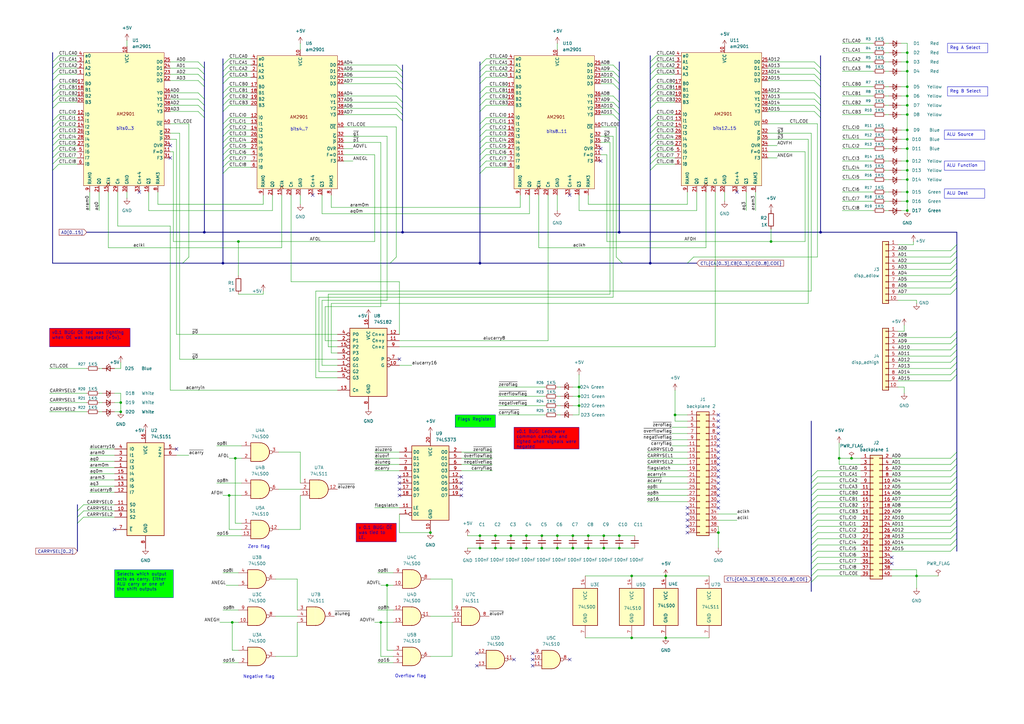
<source format=kicad_sch>
(kicad_sch (version 20250114) (generator "eeschema") (generator_version "9.0")
  (paper "A3")
  (title_block (title "16bit cpu exercise") (date "2025-10-18") (rev "0.2") (company "ErrorSort"))
  (text "Overflow flag" (at 168.402 277.368 0) (effects (font (size 1.27 1.27))))
  (text "bits8..11" (at 228.346 54.102 0) (effects (font (size 1.27 1.27))))
  (text "bits0..3" (at 51.308 52.832 0) (effects (font (size 1.27 1.27))))
  (text "Zero flag" (at 106.172 224.282 0) (effects (font (size 1.27 1.27))))
  (text "bits4..7" (at 122.682 53.086 0) (effects (font (size 1.27 1.27))))
  (text "bits12..15" (at 297.18 52.832 0) (effects (font (size 1.27 1.27))))
  (text "Negative flag" (at 106.172 277.622 0) (effects (font (size 1.27 1.27))))
  (text_box "Selects which output\nacts as carry. Either\nALU carry or one of\nthe shift outputs" (at 46.99 233.68 0) (size 24.13 11.43) (margins 0.9525 0.9525 0.9525 0.9525) (fill (type color) (color 0 255 0 1)) (effects (font (size 1.27 1.27)) (justify left top)))
  (text_box "v0.1 BUG: Leds were common cathode and lighed when signals were negated" (at 210.82 175.26 0) (size 26.67 8.89) (margins 0.9525 0.9525 0.9525 0.9525) (fill (type color) (color 255 0 0 1)) (effects (font (size 1.27 1.27)) (justify left top)))
  (text_box "Reg B Select" (at 388.62 35.56 0) (size 16.51 3.81) (margins 0.9525 0.9525 0.9525 0.9525) (effects (font (size 1.27 1.27)) (justify left top)))
  (text_box "Reg A Select" (at 388.62 17.78 0) (size 16.51 3.81) (margins 0.9525 0.9525 0.9525 0.9525) (effects (font (size 1.27 1.27)) (justify left top)))
  (text_box "Flags Register" (at 186.69 170.18 0) (size 16.51 5.08) (margins 0.9525 0.9525 0.9525 0.9525) (fill (type color) (color 0 255 0 1)) (effects (font (size 1.27 1.27)) (justify left top)))
  (text_box "v0.1 BUG: OE led was lighting when OE was negated (+5v)." (at 20.32 134.62 0) (size 33.02 7.62) (margins 0.9525 0.9525 0.9525 0.9525) (fill (type color) (color 255 0 0 1)) (effects (font (size 1.27 1.27)) (justify left top)))
  (text_box "ALU Function" (at 387.35 66.04 0) (size 16.51 3.81) (margins 0.9525 0.9525 0.9525 0.9525) (effects (font (size 1.27 1.27)) (justify left top)))
  (text_box "v 0.1 BUG: ~{OE} was tied to LE." (at 146.05 214.63 0) (size 16.51 7.62) (margins 0.9525 0.9525 0.9525 0.9525) (fill (type color) (color 255 0 0 1)) (effects (font (size 1.27 1.27)) (justify left top)))
  (text_box "ALU Dest" (at 387.35 77.47 0) (size 16.51 3.81) (margins 0.9525 0.9525 0.9525 0.9525) (effects (font (size 1.27 1.27)) (justify left top)))
  (text_box "ALU Source" (at 387.35 53.34 0) (size 16.51 3.81) (margins 0.9525 0.9525 0.9525 0.9525) (effects (font (size 1.27 1.27)) (justify left top)))
  (junction (at 196.85 219.71))
  (junction (at 237.49 166.37))
  (junction (at 176.53 218.44))
  (junction (at 336.55 95.25))
  (junction (at 241.3 224.79))
  (junction (at 372.11 78.74))
  (junction (at 316.23 99.06))
  (junction (at 222.25 224.79))
  (junction (at 349.25 187.96))
  (junction (at 215.9 219.71))
  (junction (at 294.64 218.44))
  (junction (at 254 224.79))
  (junction (at 372.11 82.55))
  (junction (at 196.85 224.79))
  (junction (at 372.11 29.21))
  (junction (at 372.11 46.99))
  (junction (at 372.11 69.85))
  (junction (at 49.53 165.1))
  (junction (at 203.2 224.79))
  (junction (at 372.11 73.66))
  (junction (at 228.6 224.79))
  (junction (at 247.65 219.71))
  (junction (at 49.53 168.91))
  (junction (at 228.6 219.71))
  (junction (at 237.49 158.75))
  (junction (at 259.08 236.22))
  (junction (at 273.05 236.22))
  (junction (at 259.08 261.62))
  (junction (at 91.44 107.95))
  (junction (at 254 95.25))
  (junction (at 215.9 224.79))
  (junction (at 372.11 35.56))
  (junction (at 273.05 261.62))
  (junction (at 237.49 162.56))
  (junction (at 372.11 86.36))
  (junction (at 372.11 60.96))
  (junction (at 209.55 224.79))
  (junction (at 158.75 240.03))
  (junction (at 241.3 219.71))
  (junction (at 234.95 224.79))
  (junction (at 344.17 187.96))
  (junction (at 165.1 95.25))
  (junction (at 203.2 219.71))
  (junction (at 276.86 170.18))
  (junction (at 372.11 66.04))
  (junction (at 247.65 224.79))
  (junction (at 372.11 21.59))
  (junction (at 196.85 107.95))
  (junction (at 372.11 53.34))
  (junction (at 222.25 219.71))
  (junction (at 83.82 95.25))
  (junction (at 372.11 43.18))
  (junction (at 96.52 187.96))
  (junction (at 254 219.71))
  (junction (at 375.92 236.22))
  (junction (at 95.25 255.27))
  (junction (at 156.21 255.27))
  (junction (at 97.79 99.06))
  (junction (at 372.11 39.37))
  (junction (at 372.11 57.15))
  (junction (at 266.7 107.95))
  (junction (at 209.55 219.71))
  (junction (at 93.98 203.2))
  (junction (at 372.11 25.4))
  (junction (at 234.95 219.71))
  (no_connect (at 189.23 198.12))
  (no_connect (at 294.64 177.8))
  (no_connect (at 218.44 267.97))
  (no_connect (at 294.64 180.34))
  (no_connect (at 128.27 80.01))
  (no_connect (at 294.64 175.26))
  (no_connect (at 281.94 215.9))
  (no_connect (at 233.68 80.01))
  (no_connect (at 294.64 203.2))
  (no_connect (at 218.44 273.05))
  (no_connect (at 246.38 60.96))
  (no_connect (at 163.83 147.32))
  (no_connect (at 189.23 195.58))
  (no_connect (at 294.64 198.12))
  (no_connect (at 210.82 270.51))
  (no_connect (at 294.64 208.28))
  (no_connect (at 72.39 184.15))
  (no_connect (at 294.64 187.96))
  (no_connect (at 163.83 195.58))
  (no_connect (at 69.85 59.69))
  (no_connect (at 294.64 195.58))
  (no_connect (at 294.64 193.04))
  (no_connect (at 294.64 170.18))
  (no_connect (at 163.83 203.2))
  (no_connect (at 163.83 200.66))
  (no_connect (at 163.83 198.12))
  (no_connect (at 294.64 182.88))
  (no_connect (at 302.26 78.74))
  (no_connect (at 294.64 205.74))
  (no_connect (at 233.68 270.51))
  (no_connect (at 365.76 231.14))
  (no_connect (at 195.58 273.05))
  (no_connect (at 57.15 78.74))
  (no_connect (at 365.76 228.6))
  (no_connect (at 294.64 185.42))
  (no_connect (at 294.64 172.72))
  (no_connect (at 218.44 270.51))
  (no_connect (at 46.99 217.17))
  (no_connect (at 246.38 66.04))
  (no_connect (at 294.64 200.66))
  (no_connect (at 281.94 210.82))
  (no_connect (at 69.85 64.77))
  (no_connect (at 294.64 190.5))
  (no_connect (at 281.94 218.44))
  (no_connect (at 195.58 267.97))
  (no_connect (at 189.23 200.66))
  (no_connect (at 189.23 203.2))
  (no_connect (at 281.94 208.28))
  (no_connect (at 281.94 213.36))
  (bus_entry (at 392.43 195.58) (size -2.54 2.54))
  (bus_entry (at 392.43 190.5) (size -2.54 2.54))
  (bus_entry (at 21.59 69.85) (size 2.54 -2.54))
  (bus_entry (at 266.7 64.77) (size 2.54 -2.54))
  (bus_entry (at 196.85 55.88) (size 2.54 -2.54))
  (bus_entry (at 332.74 226.06) (size 2.54 -2.54))
  (bus_entry (at 392.43 187.96) (size -2.54 2.54))
  (bus_entry (at 254 41.91) (size -2.54 -2.54))
  (bus_entry (at 392.43 185.42) (size -2.54 2.54))
  (bus_entry (at 165.1 29.21) (size -2.54 -2.54))
  (bus_entry (at 196.85 60.96) (size 2.54 -2.54))
  (bus_entry (at 196.85 53.34) (size 2.54 -2.54))
  (bus_entry (at 196.85 40.64) (size 2.54 -2.54))
  (bus_entry (at 21.59 36.83) (size 2.54 -2.54))
  (bus_entry (at 91.44 29.21) (size 2.54 -2.54))
  (bus_entry (at 165.1 49.53) (size -2.54 -2.54))
  (bus_entry (at 21.59 39.37) (size 2.54 -2.54))
  (bus_entry (at 83.82 30.48) (size -2.54 -2.54))
  (bus_entry (at 332.74 195.58) (size 2.54 -2.54))
  (bus_entry (at 266.7 33.02) (size 2.54 -2.54))
  (bus_entry (at 196.85 66.04) (size 2.54 -2.54))
  (bus_entry (at 392.43 220.98) (size -2.54 2.54))
  (bus_entry (at 332.74 220.98) (size 2.54 -2.54))
  (bus_entry (at 392.43 148.59) (size -2.54 2.54))
  (bus_entry (at 266.7 62.23) (size 2.54 -2.54))
  (bus_entry (at 392.43 210.82) (size -2.54 2.54))
  (bus_entry (at 21.59 41.91) (size 2.54 -2.54))
  (bus_entry (at 392.43 208.28) (size -2.54 2.54))
  (bus_entry (at 91.44 50.8) (size 2.54 -2.54))
  (bus_entry (at 91.44 58.42) (size 2.54 -2.54))
  (bus_entry (at 165.1 44.45) (size -2.54 -2.54))
  (bus_entry (at 332.74 203.2) (size 2.54 -2.54))
  (bus_entry (at 266.7 69.85) (size 2.54 -2.54))
  (bus_entry (at 21.59 57.15) (size 2.54 -2.54))
  (bus_entry (at 332.74 231.14) (size 2.54 -2.54))
  (bus_entry (at 254 46.99) (size -2.54 -2.54))
  (bus_entry (at 74.93 107.95) (size 2.54 -2.54))
  (bus_entry (at 254 31.75) (size -2.54 -2.54))
  (bus_entry (at 332.74 233.68) (size 2.54 -2.54))
  (bus_entry (at 91.44 71.12) (size 2.54 -2.54))
  (bus_entry (at 392.43 110.49) (size -2.54 2.54))
  (bus_entry (at 332.74 238.76) (size 2.54 -2.54))
  (bus_entry (at 91.44 26.67) (size 2.54 -2.54))
  (bus_entry (at 392.43 213.36) (size -2.54 2.54))
  (bus_entry (at 392.43 107.95) (size -2.54 2.54))
  (bus_entry (at 332.74 236.22) (size 2.54 -2.54))
  (bus_entry (at 266.7 27.94) (size 2.54 -2.54))
  (bus_entry (at 336.55 35.56) (size -2.54 -2.54))
  (bus_entry (at 392.43 118.11) (size -2.54 2.54))
  (bus_entry (at 196.85 50.8) (size 2.54 -2.54))
  (bus_entry (at 336.55 30.48) (size -2.54 -2.54))
  (bus_entry (at 21.59 44.45) (size 2.54 -2.54))
  (bus_entry (at 266.7 41.91) (size 2.54 -2.54))
  (bus_entry (at 21.59 27.94) (size 2.54 -2.54))
  (bus_entry (at 392.43 143.51) (size -2.54 2.54))
  (bus_entry (at 21.59 64.77) (size 2.54 -2.54))
  (bus_entry (at 91.44 68.58) (size 2.54 -2.54))
  (bus_entry (at 254 36.83) (size -2.54 -2.54))
  (bus_entry (at 266.7 30.48) (size 2.54 -2.54))
  (bus_entry (at 83.82 27.94) (size -2.54 -2.54))
  (bus_entry (at 91.44 63.5) (size 2.54 -2.54))
  (bus_entry (at 392.43 146.05) (size -2.54 2.54))
  (bus_entry (at 392.43 105.41) (size -2.54 2.54))
  (bus_entry (at 332.74 213.36) (size 2.54 -2.54))
  (bus_entry (at 91.44 34.29) (size 2.54 -2.54))
  (bus_entry (at 91.44 40.64) (size 2.54 -2.54))
  (bus_entry (at 91.44 66.04) (size 2.54 -2.54))
  (bus_entry (at 196.85 29.21) (size 2.54 -2.54))
  (bus_entry (at 254 44.45) (size -2.54 -2.54))
  (bus_entry (at 255.27 107.95) (size -2.54 -2.54))
  (bus_entry (at 21.59 25.4) (size 2.54 -2.54))
  (bus_entry (at 332.74 218.44) (size 2.54 -2.54))
  (bus_entry (at 165.1 34.29) (size -2.54 -2.54))
  (bus_entry (at 196.85 63.5) (size 2.54 -2.54))
  (bus_entry (at 83.82 35.56) (size -2.54 -2.54))
  (bus_entry (at 83.82 48.26) (size -2.54 -2.54))
  (bus_entry (at 165.1 41.91) (size -2.54 -2.54))
  (bus_entry (at 266.7 25.4) (size 2.54 -2.54))
  (bus_entry (at 91.44 53.34) (size 2.54 -2.54))
  (bus_entry (at 332.74 223.52) (size 2.54 -2.54))
  (bus_entry (at 336.55 43.18) (size -2.54 -2.54))
  (bus_entry (at 266.7 52.07) (size 2.54 -2.54))
  (bus_entry (at 392.43 223.52) (size -2.54 2.54))
  (bus_entry (at 266.7 39.37) (size 2.54 -2.54))
  (bus_entry (at 332.74 210.82) (size 2.54 -2.54))
  (bus_entry (at 83.82 43.18) (size -2.54 -2.54))
  (bus_entry (at 392.43 135.89) (size -2.54 2.54))
  (bus_entry (at 392.43 102.87) (size -2.54 2.54))
  (bus_entry (at 254 49.53) (size -2.54 -2.54))
  (bus_entry (at 332.74 205.74) (size 2.54 -2.54))
  (bus_entry (at 266.7 59.69) (size 2.54 -2.54))
  (bus_entry (at 266.7 36.83) (size 2.54 -2.54))
  (bus_entry (at 392.43 200.66) (size -2.54 2.54))
  (bus_entry (at 392.43 193.04) (size -2.54 2.54))
  (bus_entry (at 336.55 33.02) (size -2.54 -2.54))
  (bus_entry (at 392.43 203.2) (size -2.54 2.54))
  (bus_entry (at 336.55 48.26) (size -2.54 -2.54))
  (bus_entry (at 196.85 68.58) (size 2.54 -2.54))
  (bus_entry (at 196.85 45.72) (size 2.54 -2.54))
  (bus_entry (at 266.7 54.61) (size 2.54 -2.54))
  (bus_entry (at 160.02 107.95) (size 2.54 -2.54))
  (bus_entry (at 21.59 59.69) (size 2.54 -2.54))
  (bus_entry (at 31.75 214.63) (size 2.54 -2.54))
  (bus_entry (at 21.59 49.53) (size 2.54 -2.54))
  (bus_entry (at 91.44 31.75) (size 2.54 -2.54))
  (bus_entry (at 392.43 100.33) (size -2.54 2.54))
  (bus_entry (at 31.75 209.55) (size 2.54 -2.54))
  (bus_entry (at 392.43 198.12) (size -2.54 2.54))
  (bus_entry (at 266.7 44.45) (size 2.54 -2.54))
  (bus_entry (at 392.43 218.44) (size -2.54 2.54))
  (bus_entry (at 196.85 31.75) (size 2.54 -2.54))
  (bus_entry (at 392.43 115.57) (size -2.54 2.54))
  (bus_entry (at 392.43 205.74) (size -2.54 2.54))
  (bus_entry (at 165.1 31.75) (size -2.54 -2.54))
  (bus_entry (at 254 34.29) (size -2.54 -2.54))
  (bus_entry (at 196.85 43.18) (size 2.54 -2.54))
  (bus_entry (at 83.82 33.02) (size -2.54 -2.54))
  (bus_entry (at 266.7 49.53) (size 2.54 -2.54))
  (bus_entry (at 332.74 208.28) (size 2.54 -2.54))
  (bus_entry (at 31.75 212.09) (size 2.54 -2.54))
  (bus_entry (at 91.44 55.88) (size 2.54 -2.54))
  (bus_entry (at 21.59 54.61) (size 2.54 -2.54))
  (bus_entry (at 165.1 46.99) (size -2.54 -2.54))
  (bus_entry (at 21.59 52.07) (size 2.54 -2.54))
  (bus_entry (at 21.59 30.48) (size 2.54 -2.54))
  (bus_entry (at 196.85 34.29) (size 2.54 -2.54))
  (bus_entry (at 332.74 198.12) (size 2.54 -2.54))
  (bus_entry (at 392.43 215.9) (size -2.54 2.54))
  (bus_entry (at 332.74 215.9) (size 2.54 -2.54))
  (bus_entry (at 392.43 113.03) (size -2.54 2.54))
  (bus_entry (at 21.59 62.23) (size 2.54 -2.54))
  (bus_entry (at 165.1 36.83) (size -2.54 -2.54))
  (bus_entry (at 91.44 38.1) (size 2.54 -2.54))
  (bus_entry (at 196.85 38.1) (size 2.54 -2.54))
  (bus_entry (at 83.82 40.64) (size -2.54 -2.54))
  (bus_entry (at 336.55 45.72) (size -2.54 -2.54))
  (bus_entry (at 196.85 26.67) (size 2.54 -2.54))
  (bus_entry (at 83.82 45.72) (size -2.54 -2.54))
  (bus_entry (at 91.44 43.18) (size 2.54 -2.54))
  (bus_entry (at 266.7 57.15) (size 2.54 -2.54))
  (bus_entry (at 336.55 40.64) (size -2.54 -2.54))
  (bus_entry (at 196.85 71.12) (size 2.54 -2.54))
  (bus_entry (at 266.7 67.31) (size 2.54 -2.54))
  (bus_entry (at 91.44 45.72) (size 2.54 -2.54))
  (bus_entry (at 336.55 27.94) (size -2.54 -2.54))
  (bus_entry (at 392.43 140.97) (size -2.54 2.54))
  (bus_entry (at 392.43 138.43) (size -2.54 2.54))
  (bus_entry (at 91.44 60.96) (size 2.54 -2.54))
  (bus_entry (at 332.74 228.6) (size 2.54 -2.54))
  (bus_entry (at 21.59 67.31) (size 2.54 -2.54))
  (bus_entry (at 254 29.21) (size -2.54 -2.54))
  (bus_entry (at 392.43 153.67) (size -2.54 2.54))
  (bus_entry (at 392.43 151.13) (size -2.54 2.54))
  (bus_entry (at 196.85 58.42) (size 2.54 -2.54))
  (bus_entry (at 21.59 33.02) (size 2.54 -2.54))
  (bus_entry (at 332.74 200.66) (size 2.54 -2.54))
  (bus_entry (at 281.94 107.95) (size 2.54 -2.54))
  (wire (pts (xy 93.98 63.5) (xy 102.87 63.5)))
  (bus (pts (xy 254 34.29) (xy 254 36.83)))
  (bus (pts (xy 91.44 58.42) (xy 91.44 60.96)))
  (wire (pts (xy 332.74 119.38) (xy 129.54 119.38)))
  (bus (pts (xy 336.55 22.86) (xy 336.55 27.94)))
  (wire (pts (xy 228.6 86.36) (xy 228.6 80.01)))
  (wire (pts (xy 345.44 53.34) (xy 358.14 53.34)))
  (bus (pts (xy 21.59 52.07) (xy 21.59 54.61)))
  (wire (pts (xy 91.44 203.2) (xy 93.98 203.2)))
  (wire (pts (xy 130.81 152.4) (xy 138.43 152.4)))
  (bus (pts (xy 196.85 63.5) (xy 196.85 66.04)))
  (wire (pts (xy 115.57 80.01) (xy 115.57 101.6)))
  (wire (pts (xy 135.89 124.46) (xy 135.89 144.78)))
  (bus (pts (xy 196.85 26.67) (xy 196.85 29.21)))
  (wire (pts (xy 111.76 86.36) (xy 111.76 80.01)))
  (bus (pts (xy 332.74 172.72) (xy 332.74 195.58)))
  (wire (pts (xy 372.11 39.37) (xy 372.11 43.18)))
  (wire (pts (xy 24.13 30.48) (xy 31.75 30.48)))
  (bus (pts (xy 165.1 41.91) (xy 165.1 44.45)))
  (wire (pts (xy 121.92 269.24) (xy 113.03 269.24)))
  (wire (pts (xy 93.98 26.67) (xy 102.87 26.67)))
  (wire (pts (xy 314.96 43.18) (xy 334.01 43.18)))
  (bus (pts (xy 392.43 195.58) (xy 392.43 198.12)))
  (wire (pts (xy 294.64 215.9) (xy 294.64 218.44)))
  (wire (pts (xy 129.54 119.38) (xy 129.54 154.94)))
  (wire (pts (xy 90.17 255.27) (xy 95.25 255.27)))
  (bus (pts (xy 21.59 30.48) (xy 21.59 33.02)))
  (wire (pts (xy 368.3 148.59) (xy 389.89 148.59)))
  (bus (pts (xy 392.43 115.57) (xy 392.43 118.11)))
  (wire (pts (xy 20.32 165.1) (xy 35.56 165.1)))
  (wire (pts (xy 199.39 53.34) (xy 208.28 53.34)))
  (wire (pts (xy 69.85 33.02) (xy 81.28 33.02)))
  (wire (pts (xy 24.13 41.91) (xy 31.75 41.91)))
  (bus (pts (xy 196.85 58.42) (xy 196.85 60.96)))
  (wire (pts (xy 199.39 35.56) (xy 208.28 35.56)))
  (wire (pts (xy 275.59 182.88) (xy 281.94 182.88)))
  (bus (pts (xy 21.59 69.85) (xy 21.59 107.95)))
  (bus (pts (xy 21.59 62.23) (xy 21.59 64.77)))
  (wire (pts (xy 228.6 17.78) (xy 228.6 20.32)))
  (bus (pts (xy 266.7 69.85) (xy 266.7 107.95)))
  (bus (pts (xy 21.59 27.94) (xy 21.59 30.48)))
  (bus (pts (xy 196.85 53.34) (xy 196.85 55.88)))
  (wire (pts (xy 140.97 52.07) (xy 162.56 52.07)))
  (bus (pts (xy 83.82 40.64) (xy 83.82 43.18)))
  (wire (pts (xy 363.22 53.34) (xy 364.49 53.34)))
  (wire (pts (xy 368.3 110.49) (xy 389.89 110.49)))
  (bus (pts (xy 21.59 67.31) (xy 21.59 69.85)))
  (wire (pts (xy 368.3 118.11) (xy 389.89 118.11)))
  (bus (pts (xy 266.7 27.94) (xy 266.7 30.48)))
  (wire (pts (xy 246.38 55.88) (xy 251.46 55.88)))
  (wire (pts (xy 49.53 148.59) (xy 49.53 151.13)))
  (wire (pts (xy 185.42 237.49) (xy 185.42 250.19)))
  (bus (pts (xy 196.85 71.12) (xy 196.85 107.95)))
  (bus (pts (xy 332.74 195.58) (xy 332.74 198.12)))
  (wire (pts (xy 372.11 73.66) (xy 372.11 78.74)))
  (bus (pts (xy 266.7 39.37) (xy 266.7 41.91)))
  (wire (pts (xy 24.13 49.53) (xy 31.75 49.53)))
  (wire (pts (xy 153.67 63.5) (xy 153.67 99.06)))
  (wire (pts (xy 140.97 26.67) (xy 162.56 26.67)))
  (wire (pts (xy 24.13 64.77) (xy 31.75 64.77)))
  (bus (pts (xy 91.44 71.12) (xy 91.44 107.95)))
  (wire (pts (xy 335.28 236.22) (xy 353.06 236.22)))
  (bus (pts (xy 91.44 34.29) (xy 91.44 38.1)))
  (wire (pts (xy 114.3 185.42) (xy 123.19 185.42)))
  (wire (pts (xy 129.54 154.94) (xy 138.43 154.94)))
  (wire (pts (xy 135.89 144.78) (xy 138.43 144.78)))
  (bus (pts (xy 91.44 29.21) (xy 91.44 31.75)))
  (wire (pts (xy 331.47 124.46) (xy 135.89 124.46)))
  (wire (pts (xy 60.96 78.74) (xy 60.96 86.36)))
  (wire (pts (xy 88.9 219.71) (xy 99.06 219.71)))
  (wire (pts (xy 24.13 62.23) (xy 31.75 62.23)))
  (wire (pts (xy 368.3 102.87) (xy 389.89 102.87)))
  (bus (pts (xy 91.44 53.34) (xy 91.44 55.88)))
  (wire (pts (xy 64.77 83.82) (xy 107.95 83.82)))
  (bus (pts (xy 196.85 107.95) (xy 255.27 107.95)))
  (wire (pts (xy 345.44 25.4) (xy 358.14 25.4)))
  (wire (pts (xy 369.57 69.85) (xy 372.11 69.85)))
  (wire (pts (xy 93.98 187.96) (xy 96.52 187.96)))
  (bus (pts (xy 266.7 59.69) (xy 266.7 62.23)))
  (bus (pts (xy 332.74 203.2) (xy 332.74 205.74)))
  (wire (pts (xy 95.25 255.27) (xy 95.25 266.7)))
  (wire (pts (xy 215.9 219.71) (xy 222.25 219.71)))
  (bus (pts (xy 332.74 213.36) (xy 332.74 215.9)))
  (bus (pts (xy 392.43 205.74) (xy 392.43 208.28)))
  (wire (pts (xy 374.65 99.06) (xy 374.65 100.33)))
  (bus (pts (xy 266.7 62.23) (xy 266.7 64.77)))
  (wire (pts (xy 265.43 195.58) (xy 281.94 195.58)))
  (wire (pts (xy 345.44 82.55) (xy 358.14 82.55)))
  (wire (pts (xy 335.28 200.66) (xy 353.06 200.66)))
  (wire (pts (xy 121.92 255.27) (xy 121.92 269.24)))
  (wire (pts (xy 345.44 35.56) (xy 358.14 35.56)))
  (bus (pts (xy 392.43 200.66) (xy 392.43 203.2)))
  (wire (pts (xy 24.13 34.29) (xy 31.75 34.29)))
  (wire (pts (xy 363.22 39.37) (xy 364.49 39.37)))
  (wire (pts (xy 375.92 124.46) (xy 375.92 123.19)))
  (wire (pts (xy 269.24 41.91) (xy 276.86 41.91)))
  (bus (pts (xy 392.43 193.04) (xy 392.43 195.58)))
  (wire (pts (xy 220.98 101.6) (xy 289.56 101.6)))
  (wire (pts (xy 250.19 120.65) (xy 134.62 120.65)))
  (wire (pts (xy 24.13 36.83) (xy 31.75 36.83)))
  (bus (pts (xy 266.7 57.15) (xy 266.7 59.69)))
  (wire (pts (xy 140.97 34.29) (xy 162.56 34.29)))
  (wire (pts (xy 204.47 170.18) (xy 223.52 170.18)))
  (wire (pts (xy 372.11 21.59) (xy 372.11 25.4)))
  (wire (pts (xy 250.19 58.42) (xy 250.19 120.65)))
  (bus (pts (xy 254 29.21) (xy 254 31.75)))
  (wire (pts (xy 368.3 107.95) (xy 389.89 107.95)))
  (wire (pts (xy 163.83 210.82) (xy 163.83 218.44)))
  (wire (pts (xy 204.47 158.75) (xy 223.52 158.75)))
  (bus (pts (xy 21.59 36.83) (xy 21.59 39.37)))
  (wire (pts (xy 93.98 38.1) (xy 102.87 38.1)))
  (wire (pts (xy 273.05 261.62) (xy 290.83 261.62)))
  (wire (pts (xy 353.06 190.5) (xy 344.17 190.5)))
  (bus (pts (xy 21.59 41.91) (xy 21.59 44.45)))
  (wire (pts (xy 97.79 99.06) (xy 97.79 113.03)))
  (wire (pts (xy 40.64 168.91) (xy 41.91 168.91)))
  (wire (pts (xy 24.13 54.61) (xy 31.75 54.61)))
  (bus (pts (xy 266.7 52.07) (xy 266.7 54.61)))
  (wire (pts (xy 228.6 219.71) (xy 234.95 219.71)))
  (wire (pts (xy 331.47 57.15) (xy 331.47 124.46)))
  (bus (pts (xy 392.43 220.98) (xy 392.43 223.52)))
  (wire (pts (xy 365.76 187.96) (xy 389.89 187.96)))
  (wire (pts (xy 140.97 31.75) (xy 162.56 31.75)))
  (wire (pts (xy 368.3 151.13) (xy 389.89 151.13)))
  (bus (pts (xy 196.85 50.8) (xy 196.85 53.34)))
  (wire (pts (xy 241.3 80.01) (xy 241.3 83.82)))
  (wire (pts (xy 375.92 236.22) (xy 384.81 236.22)))
  (wire (pts (xy 248.92 63.5) (xy 248.92 99.06)))
  (wire (pts (xy 365.76 213.36) (xy 389.89 213.36)))
  (wire (pts (xy 130.81 121.92) (xy 130.81 152.4)))
  (bus (pts (xy 91.44 26.67) (xy 91.44 29.21)))
  (wire (pts (xy 345.44 21.59) (xy 358.14 21.59)))
  (wire (pts (xy 46.99 161.29) (xy 49.53 161.29)))
  (bus (pts (xy 254 31.75) (xy 254 34.29)))
  (wire (pts (xy 113.03 252.73) (xy 121.92 252.73)))
  (wire (pts (xy 246.38 34.29) (xy 251.46 34.29)))
  (bus (pts (xy 83.82 33.02) (xy 83.82 35.56)))
  (bus (pts (xy 392.43 215.9) (xy 392.43 218.44)))
  (wire (pts (xy 363.22 21.59) (xy 364.49 21.59)))
  (wire (pts (xy 375.92 233.68) (xy 375.92 236.22)))
  (wire (pts (xy 189.23 187.96) (xy 201.93 187.96)))
  (wire (pts (xy 265.43 200.66) (xy 281.94 200.66)))
  (bus (pts (xy 196.85 31.75) (xy 196.85 34.29)))
  (wire (pts (xy 234.95 219.71) (xy 241.3 219.71)))
  (wire (pts (xy 372.11 82.55) (xy 372.11 86.36)))
  (wire (pts (xy 163.83 139.7) (xy 224.79 139.7)))
  (wire (pts (xy 69.85 40.64) (xy 81.28 40.64)))
  (bus (pts (xy 332.74 198.12) (xy 332.74 200.66)))
  (bus (pts (xy 83.82 30.48) (xy 83.82 33.02)))
  (wire (pts (xy 199.39 29.21) (xy 208.28 29.21)))
  (wire (pts (xy 363.22 43.18) (xy 364.49 43.18)))
  (wire (pts (xy 247.65 224.79) (xy 254 224.79)))
  (wire (pts (xy 285.75 86.36) (xy 285.75 78.74)))
  (wire (pts (xy 92.71 240.03) (xy 97.79 240.03)))
  (wire (pts (xy 215.9 224.79) (xy 222.25 224.79)))
  (wire (pts (xy 248.92 99.06) (xy 316.23 99.06)))
  (wire (pts (xy 140.97 60.96) (xy 144.78 60.96)))
  (wire (pts (xy 369.57 73.66) (xy 372.11 73.66)))
  (wire (pts (xy 345.44 69.85) (xy 358.14 69.85)))
  (bus (pts (xy 392.43 118.11) (xy 392.43 135.89)))
  (wire (pts (xy 91.44 234.95) (xy 97.79 234.95)))
  (wire (pts (xy 335.28 220.98) (xy 353.06 220.98)))
  (wire (pts (xy 234.95 170.18) (xy 237.49 170.18)))
  (wire (pts (xy 24.13 59.69) (xy 31.75 59.69)))
  (wire (pts (xy 99.06 217.17) (xy 93.98 217.17)))
  (wire (pts (xy 365.76 233.68) (xy 375.92 233.68)))
  (wire (pts (xy 44.45 101.6) (xy 115.57 101.6)))
  (wire (pts (xy 368.3 138.43) (xy 389.89 138.43)))
  (wire (pts (xy 314.96 33.02) (xy 334.01 33.02)))
  (wire (pts (xy 269.24 30.48) (xy 276.86 30.48)))
  (wire (pts (xy 252.73 52.07) (xy 246.38 52.07)))
  (wire (pts (xy 123.19 83.82) (xy 123.19 80.01)))
  (wire (pts (xy 199.39 68.58) (xy 208.28 68.58)))
  (wire (pts (xy 156.21 240.03) (xy 158.75 240.03)))
  (wire (pts (xy 369.57 35.56) (xy 372.11 35.56)))
  (wire (pts (xy 252.73 105.41) (xy 252.73 52.07)))
  (bus (pts (xy 392.43 107.95) (xy 392.43 110.49)))
  (wire (pts (xy 107.95 119.38) (xy 107.95 120.65)))
  (wire (pts (xy 265.43 203.2) (xy 281.94 203.2)))
  (wire (pts (xy 294.64 218.44) (xy 294.64 224.79)))
  (wire (pts (xy 97.79 266.7) (xy 95.25 266.7)))
  (wire (pts (xy 254 219.71) (xy 260.35 219.71)))
  (wire (pts (xy 273.05 236.22) (xy 290.83 236.22)))
  (wire (pts (xy 48.26 92.71) (xy 69.85 92.71)))
  (wire (pts (xy 345.44 43.18) (xy 358.14 43.18)))
  (wire (pts (xy 246.38 63.5) (xy 248.92 63.5)))
  (bus (pts (xy 21.59 49.53) (xy 21.59 52.07)))
  (wire (pts (xy 251.46 121.92) (xy 130.81 121.92)))
  (wire (pts (xy 95.25 255.27) (xy 97.79 255.27)))
  (bus (pts (xy 332.74 233.68) (xy 332.74 236.22)))
  (wire (pts (xy 368.3 140.97) (xy 389.89 140.97)))
  (wire (pts (xy 163.83 218.44) (xy 176.53 218.44)))
  (wire (pts (xy 269.24 22.86) (xy 276.86 22.86)))
  (wire (pts (xy 123.19 185.42) (xy 123.19 198.12)))
  (bus (pts (xy 165.1 34.29) (xy 165.1 36.83)))
  (bus (pts (xy 336.55 43.18) (xy 336.55 45.72)))
  (wire (pts (xy 123.19 17.78) (xy 123.19 20.32)))
  (wire (pts (xy 140.97 44.45) (xy 162.56 44.45)))
  (wire (pts (xy 365.76 220.98) (xy 389.89 220.98)))
  (wire (pts (xy 73.66 147.32) (xy 138.43 147.32)))
  (bus (pts (xy 392.43 148.59) (xy 392.43 151.13)))
  (wire (pts (xy 237.49 80.01) (xy 237.49 86.36)))
  (wire (pts (xy 209.55 219.71) (xy 215.9 219.71)))
  (bus (pts (xy 254 25.4) (xy 254 29.21)))
  (wire (pts (xy 345.44 57.15) (xy 358.14 57.15)))
  (wire (pts (xy 191.77 224.79) (xy 196.85 224.79)))
  (bus (pts (xy 392.43 203.2) (xy 392.43 205.74)))
  (bus (pts (xy 165.1 95.25) (xy 254 95.25)))
  (wire (pts (xy 228.6 170.18) (xy 229.87 170.18)))
  (wire (pts (xy 269.24 54.61) (xy 276.86 54.61)))
  (wire (pts (xy 69.85 160.02) (xy 138.43 160.02)))
  (wire (pts (xy 158.75 240.03) (xy 161.29 240.03)))
  (wire (pts (xy 269.24 25.4) (xy 276.86 25.4)))
  (wire (pts (xy 204.47 162.56) (xy 223.52 162.56)))
  (wire (pts (xy 71.12 62.23) (xy 71.12 99.06)))
  (wire (pts (xy 199.39 55.88) (xy 208.28 55.88)))
  (bus (pts (xy 91.44 68.58) (xy 91.44 71.12)))
  (wire (pts (xy 69.85 27.94) (xy 81.28 27.94)))
  (wire (pts (xy 372.11 57.15) (xy 372.11 60.96)))
  (wire (pts (xy 237.49 162.56) (xy 237.49 166.37)))
  (wire (pts (xy 176.53 252.73) (xy 185.42 252.73)))
  (wire (pts (xy 369.57 25.4) (xy 372.11 25.4)))
  (wire (pts (xy 203.2 219.71) (xy 209.55 219.71)))
  (wire (pts (xy 91.44 250.19) (xy 97.79 250.19)))
  (wire (pts (xy 368.3 105.41) (xy 389.89 105.41)))
  (wire (pts (xy 372.11 35.56) (xy 372.11 39.37)))
  (wire (pts (xy 52.07 81.28) (xy 52.07 78.74)))
  (bus (pts (xy 31.75 214.63) (xy 31.75 226.06)))
  (wire (pts (xy 345.44 17.78) (xy 358.14 17.78)))
  (wire (pts (xy 297.18 82.55) (xy 297.18 78.74)))
  (wire (pts (xy 69.85 30.48) (xy 81.28 30.48)))
  (bus (pts (xy 21.59 57.15) (xy 21.59 59.69)))
  (wire (pts (xy 335.28 215.9) (xy 353.06 215.9)))
  (wire (pts (xy 93.98 24.13) (xy 102.87 24.13)))
  (wire (pts (xy 199.39 50.8) (xy 208.28 50.8)))
  (bus (pts (xy 336.55 27.94) (xy 336.55 30.48)))
  (bus (pts (xy 266.7 22.86) (xy 266.7 25.4)))
  (wire (pts (xy 36.83 189.23) (xy 46.99 189.23)))
  (wire (pts (xy 52.07 16.51) (xy 52.07 19.05)))
  (wire (pts (xy 372.11 43.18) (xy 372.11 46.99)))
  (wire (pts (xy 314.96 27.94) (xy 334.01 27.94)))
  (wire (pts (xy 265.43 187.96) (xy 281.94 187.96)))
  (wire (pts (xy 93.98 29.21) (xy 102.87 29.21)))
  (wire (pts (xy 69.85 50.8) (xy 77.47 50.8)))
  (bus (pts (xy 266.7 49.53) (xy 266.7 52.07)))
  (wire (pts (xy 40.64 165.1) (xy 41.91 165.1)))
  (wire (pts (xy 265.43 198.12) (xy 281.94 198.12)))
  (wire (pts (xy 153.67 190.5) (xy 163.83 190.5)))
  (bus (pts (xy 266.7 67.31) (xy 266.7 69.85)))
  (wire (pts (xy 345.44 39.37) (xy 358.14 39.37)))
  (wire (pts (xy 316.23 99.06) (xy 330.2 99.06)))
  (wire (pts (xy 363.22 25.4) (xy 364.49 25.4)))
  (wire (pts (xy 368.3 113.03) (xy 389.89 113.03)))
  (wire (pts (xy 269.24 36.83) (xy 276.86 36.83)))
  (bus (pts (xy 392.43 138.43) (xy 392.43 140.97)))
  (wire (pts (xy 140.97 41.91) (xy 162.56 41.91)))
  (wire (pts (xy 153.67 193.04) (xy 163.83 193.04)))
  (bus (pts (xy 83.82 35.56) (xy 83.82 40.64)))
  (wire (pts (xy 363.22 82.55) (xy 364.49 82.55)))
  (bus (pts (xy 74.93 107.95) (xy 91.44 107.95)))
  (wire (pts (xy 162.56 52.07) (xy 162.56 105.41)))
  (wire (pts (xy 228.6 224.79) (xy 234.95 224.79)))
  (wire (pts (xy 349.25 187.96) (xy 353.06 187.96)))
  (bus (pts (xy 336.55 95.25) (xy 392.43 95.25)))
  (wire (pts (xy 369.57 39.37) (xy 372.11 39.37)))
  (wire (pts (xy 199.39 63.5) (xy 208.28 63.5)))
  (wire (pts (xy 222.25 219.71) (xy 228.6 219.71)))
  (wire (pts (xy 71.12 99.06) (xy 97.79 99.06)))
  (wire (pts (xy 20.32 161.29) (xy 35.56 161.29)))
  (wire (pts (xy 72.39 137.16) (xy 72.39 57.15)))
  (wire (pts (xy 240.03 236.22) (xy 259.08 236.22)))
  (wire (pts (xy 113.03 237.49) (xy 121.92 237.49)))
  (bus (pts (xy 392.43 100.33) (xy 392.43 102.87)))
  (bus (pts (xy 31.75 207.01) (xy 31.75 209.55)))
  (wire (pts (xy 254 224.79) (xy 260.35 224.79)))
  (bus (pts (xy 196.85 34.29) (xy 196.85 38.1)))
  (bus (pts (xy 332.74 231.14) (xy 332.74 233.68)))
  (bus (pts (xy 254 44.45) (xy 254 46.99)))
  (wire (pts (xy 234.95 166.37) (xy 237.49 166.37)))
  (wire (pts (xy 241.3 83.82) (xy 281.94 83.82)))
  (wire (pts (xy 265.43 205.74) (xy 281.94 205.74)))
  (wire (pts (xy 93.98 35.56) (xy 102.87 35.56)))
  (bus (pts (xy 254 36.83) (xy 254 41.91)))
  (wire (pts (xy 189.23 193.04) (xy 201.93 193.04)))
  (wire (pts (xy 93.98 43.18) (xy 102.87 43.18)))
  (wire (pts (xy 365.76 195.58) (xy 389.89 195.58)))
  (bus (pts (xy 392.43 105.41) (xy 392.43 107.95)))
  (wire (pts (xy 365.76 215.9) (xy 389.89 215.9)))
  (wire (pts (xy 269.24 34.29) (xy 276.86 34.29)))
  (wire (pts (xy 24.13 25.4) (xy 31.75 25.4)))
  (wire (pts (xy 97.79 120.65) (xy 107.95 120.65)))
  (wire (pts (xy 332.74 54.61) (xy 332.74 119.38)))
  (wire (pts (xy 237.49 166.37) (xy 237.49 170.18)))
  (bus (pts (xy 91.44 40.64) (xy 91.44 43.18)))
  (wire (pts (xy 123.19 203.2) (xy 123.19 217.17)))
  (wire (pts (xy 20.32 168.91) (xy 35.56 168.91)))
  (wire (pts (xy 369.57 43.18) (xy 372.11 43.18)))
  (bus (pts (xy 332.74 210.82) (xy 332.74 213.36)))
  (wire (pts (xy 276.86 170.18) (xy 276.86 172.72)))
  (wire (pts (xy 372.11 78.74) (xy 372.11 82.55)))
  (wire (pts (xy 370.84 161.29) (xy 370.84 158.75)))
  (wire (pts (xy 246.38 29.21) (xy 251.46 29.21)))
  (bus (pts (xy 392.43 146.05) (xy 392.43 148.59)))
  (wire (pts (xy 344.17 187.96) (xy 349.25 187.96)))
  (wire (pts (xy 269.24 67.31) (xy 276.86 67.31)))
  (wire (pts (xy 241.3 219.71) (xy 247.65 219.71)))
  (bus (pts (xy 392.43 151.13) (xy 392.43 153.67)))
  (wire (pts (xy 24.13 46.99) (xy 31.75 46.99)))
  (wire (pts (xy 365.76 223.52) (xy 389.89 223.52)))
  (wire (pts (xy 158.75 123.19) (xy 132.08 123.19)))
  (bus (pts (xy 392.43 223.52) (xy 392.43 226.06)))
  (wire (pts (xy 370.84 135.89) (xy 368.3 135.89)))
  (wire (pts (xy 237.49 153.67) (xy 237.49 158.75)))
  (bus (pts (xy 160.02 107.95) (xy 196.85 107.95)))
  (wire (pts (xy 372.11 69.85) (xy 372.11 73.66)))
  (wire (pts (xy 199.39 48.26) (xy 208.28 48.26)))
  (wire (pts (xy 365.76 205.74) (xy 389.89 205.74)))
  (wire (pts (xy 24.13 57.15) (xy 31.75 57.15)))
  (bus (pts (xy 392.43 102.87) (xy 392.43 105.41)))
  (wire (pts (xy 114.3 200.66) (xy 123.19 200.66)))
  (wire (pts (xy 368.3 120.65) (xy 389.89 120.65)))
  (bus (pts (xy 392.43 210.82) (xy 392.43 213.36)))
  (wire (pts (xy 335.28 233.68) (xy 353.06 233.68)))
  (bus (pts (xy 196.85 66.04) (xy 196.85 68.58)))
  (wire (pts (xy 246.38 46.99) (xy 251.46 46.99)))
  (wire (pts (xy 363.22 46.99) (xy 364.49 46.99)))
  (bus (pts (xy 336.55 30.48) (xy 336.55 33.02)))
  (wire (pts (xy 237.49 86.36) (xy 285.75 86.36)))
  (wire (pts (xy 217.17 87.63) (xy 217.17 80.01)))
  (wire (pts (xy 156.21 269.24) (xy 156.21 255.27)))
  (bus (pts (xy 21.59 107.95) (xy 74.93 107.95)))
  (wire (pts (xy 132.08 123.19) (xy 132.08 149.86)))
  (wire (pts (xy 344.17 181.61) (xy 344.17 187.96)))
  (wire (pts (xy 224.79 139.7) (xy 224.79 80.01)))
  (wire (pts (xy 365.76 226.06) (xy 389.89 226.06)))
  (wire (pts (xy 246.38 31.75) (xy 251.46 31.75)))
  (wire (pts (xy 246.38 44.45) (xy 251.46 44.45)))
  (wire (pts (xy 234.95 162.56) (xy 237.49 162.56)))
  (wire (pts (xy 199.39 40.64) (xy 208.28 40.64)))
  (bus (pts (xy 332.74 200.66) (xy 332.74 203.2)))
  (wire (pts (xy 294.64 213.36) (xy 302.26 213.36)))
  (wire (pts (xy 88.9 198.12) (xy 99.06 198.12)))
  (wire (pts (xy 93.98 48.26) (xy 102.87 48.26)))
  (wire (pts (xy 275.59 177.8) (xy 281.94 177.8)))
  (bus (pts (xy 254 41.91) (xy 254 44.45)))
  (bus (pts (xy 31.75 209.55) (xy 31.75 212.09)))
  (wire (pts (xy 69.85 92.71) (xy 69.85 160.02)))
  (bus (pts (xy 83.82 95.25) (xy 165.1 95.25)))
  (bus (pts (xy 254 95.25) (xy 336.55 95.25)))
  (wire (pts (xy 251.46 55.88) (xy 251.46 121.92)))
  (bus (pts (xy 196.85 43.18) (xy 196.85 45.72)))
  (wire (pts (xy 46.99 151.13) (xy 49.53 151.13)))
  (wire (pts (xy 269.24 52.07) (xy 276.86 52.07)))
  (wire (pts (xy 372.11 53.34) (xy 372.11 57.15)))
  (wire (pts (xy 369.57 17.78) (xy 372.11 17.78)))
  (wire (pts (xy 335.28 195.58) (xy 353.06 195.58)))
  (wire (pts (xy 335.28 105.41) (xy 335.28 50.8)))
  (bus (pts (xy 196.85 25.4) (xy 196.85 26.67)))
  (wire (pts (xy 269.24 59.69) (xy 276.86 59.69)))
  (wire (pts (xy 344.17 190.5) (xy 344.17 187.96)))
  (wire (pts (xy 241.3 224.79) (xy 247.65 224.79)))
  (wire (pts (xy 69.85 54.61) (xy 73.66 54.61)))
  (wire (pts (xy 335.28 198.12) (xy 353.06 198.12)))
  (wire (pts (xy 77.47 105.41) (xy 77.47 50.8)))
  (wire (pts (xy 69.85 38.1) (xy 81.28 38.1)))
  (wire (pts (xy 335.28 218.44) (xy 353.06 218.44)))
  (wire (pts (xy 363.22 60.96) (xy 364.49 60.96)))
  (bus (pts (xy 196.85 40.64) (xy 196.85 43.18)))
  (wire (pts (xy 93.98 58.42) (xy 102.87 58.42)))
  (wire (pts (xy 375.92 236.22) (xy 375.92 241.3)))
  (bus (pts (xy 392.43 140.97) (xy 392.43 143.51)))
  (wire (pts (xy 335.28 208.28) (xy 353.06 208.28)))
  (bus (pts (xy 196.85 45.72) (xy 196.85 50.8)))
  (wire (pts (xy 93.98 55.88) (xy 102.87 55.88)))
  (wire (pts (xy 185.42 269.24) (xy 176.53 269.24)))
  (wire (pts (xy 228.6 158.75) (xy 229.87 158.75)))
  (wire (pts (xy 372.11 60.96) (xy 372.11 66.04)))
  (bus (pts (xy 35.56 95.25) (xy 83.82 95.25)))
  (wire (pts (xy 153.67 185.42) (xy 163.83 185.42)))
  (wire (pts (xy 237.49 158.75) (xy 237.49 162.56)))
  (wire (pts (xy 24.13 52.07) (xy 31.75 52.07)))
  (wire (pts (xy 365.76 203.2) (xy 389.89 203.2)))
  (wire (pts (xy 163.83 115.57) (xy 119.38 115.57)))
  (bus (pts (xy 83.82 45.72) (xy 83.82 48.26)))
  (wire (pts (xy 199.39 66.04) (xy 208.28 66.04)))
  (bus (pts (xy 165.1 31.75) (xy 165.1 34.29)))
  (wire (pts (xy 64.77 78.74) (xy 64.77 83.82)))
  (wire (pts (xy 133.35 125.73) (xy 133.35 139.7)))
  (wire (pts (xy 163.83 137.16) (xy 163.83 115.57)))
  (wire (pts (xy 93.98 50.8) (xy 102.87 50.8)))
  (wire (pts (xy 269.24 57.15) (xy 276.86 57.15)))
  (wire (pts (xy 156.21 255.27) (xy 161.29 255.27)))
  (wire (pts (xy 309.88 78.74) (xy 309.88 86.36)))
  (wire (pts (xy 93.98 60.96) (xy 102.87 60.96)))
  (bus (pts (xy 21.59 59.69) (xy 21.59 62.23)))
  (wire (pts (xy 369.57 86.36) (xy 372.11 86.36)))
  (wire (pts (xy 161.29 266.7) (xy 158.75 266.7)))
  (wire (pts (xy 40.64 78.74) (xy 40.64 86.36)))
  (wire (pts (xy 314.96 64.77) (xy 318.77 64.77)))
  (wire (pts (xy 69.85 45.72) (xy 81.28 45.72)))
  (wire (pts (xy 132.08 149.86) (xy 138.43 149.86)))
  (wire (pts (xy 99.06 214.63) (xy 96.52 214.63)))
  (bus (pts (xy 21.59 44.45) (xy 21.59 49.53)))
  (wire (pts (xy 140.97 55.88) (xy 158.75 55.88)))
  (wire (pts (xy 36.83 196.85) (xy 46.99 196.85)))
  (wire (pts (xy 34.29 209.55) (xy 46.99 209.55)))
  (wire (pts (xy 345.44 60.96) (xy 358.14 60.96)))
  (wire (pts (xy 368.3 123.19) (xy 375.92 123.19)))
  (wire (pts (xy 24.13 27.94) (xy 31.75 27.94)))
  (bus (pts (xy 91.44 45.72) (xy 91.44 50.8)))
  (wire (pts (xy 314.96 54.61) (xy 332.74 54.61)))
  (bus (pts (xy 266.7 64.77) (xy 266.7 67.31)))
  (wire (pts (xy 91.44 271.78) (xy 97.79 271.78)))
  (wire (pts (xy 140.97 29.21) (xy 162.56 29.21)))
  (bus (pts (xy 165.1 26.67) (xy 165.1 29.21)))
  (bus (pts (xy 91.44 38.1) (xy 91.44 40.64)))
  (wire (pts (xy 363.22 66.04) (xy 364.49 66.04)))
  (bus (pts (xy 91.44 43.18) (xy 91.44 45.72)))
  (wire (pts (xy 365.76 200.66) (xy 389.89 200.66)))
  (bus (pts (xy 91.44 50.8) (xy 91.44 53.34)))
  (wire (pts (xy 20.32 151.13) (xy 35.56 151.13)))
  (wire (pts (xy 314.96 25.4) (xy 334.01 25.4)))
  (bus (pts (xy 21.59 64.77) (xy 21.59 67.31)))
  (wire (pts (xy 275.59 180.34) (xy 281.94 180.34)))
  (wire (pts (xy 204.47 166.37) (xy 223.52 166.37)))
  (wire (pts (xy 369.57 66.04) (xy 372.11 66.04)))
  (bus (pts (xy 281.94 107.95) (xy 285.75 107.95)))
  (bus (pts (xy 332.74 236.22) (xy 332.74 238.76)))
  (wire (pts (xy 24.13 67.31) (xy 31.75 67.31)))
  (bus (pts (xy 336.55 40.64) (xy 336.55 43.18)))
  (wire (pts (xy 176.53 237.49) (xy 185.42 237.49)))
  (wire (pts (xy 234.95 224.79) (xy 241.3 224.79)))
  (wire (pts (xy 293.37 142.24) (xy 293.37 78.74)))
  (wire (pts (xy 93.98 31.75) (xy 102.87 31.75)))
  (wire (pts (xy 269.24 64.77) (xy 276.86 64.77)))
  (wire (pts (xy 48.26 78.74) (xy 48.26 92.71)))
  (wire (pts (xy 199.39 24.13) (xy 208.28 24.13)))
  (wire (pts (xy 369.57 29.21) (xy 372.11 29.21)))
  (wire (pts (xy 363.22 17.78) (xy 364.49 17.78)))
  (wire (pts (xy 247.65 219.71) (xy 254 219.71)))
  (wire (pts (xy 314.96 59.69) (xy 318.77 59.69)))
  (bus (pts (xy 336.55 45.72) (xy 336.55 48.26)))
  (wire (pts (xy 153.67 187.96) (xy 163.83 187.96)))
  (wire (pts (xy 372.11 46.99) (xy 372.11 53.34)))
  (bus (pts (xy 165.1 36.83) (xy 165.1 41.91)))
  (bus (pts (xy 266.7 36.83) (xy 266.7 39.37)))
  (wire (pts (xy 158.75 266.7) (xy 158.75 240.03)))
  (bus (pts (xy 91.44 60.96) (xy 91.44 63.5)))
  (wire (pts (xy 140.97 39.37) (xy 162.56 39.37)))
  (wire (pts (xy 199.39 31.75) (xy 208.28 31.75)))
  (wire (pts (xy 36.83 191.77) (xy 46.99 191.77)))
  (wire (pts (xy 222.25 224.79) (xy 228.6 224.79)))
  (wire (pts (xy 34.29 207.01) (xy 46.99 207.01)))
  (bus (pts (xy 266.7 107.95) (xy 281.94 107.95)))
  (bus (pts (xy 254 46.99) (xy 254 49.53)))
  (wire (pts (xy 132.08 87.63) (xy 217.17 87.63)))
  (wire (pts (xy 240.03 261.62) (xy 259.08 261.62)))
  (bus (pts (xy 83.82 25.4) (xy 83.82 27.94)))
  (wire (pts (xy 154.94 250.19) (xy 161.29 250.19)))
  (wire (pts (xy 368.3 143.51) (xy 389.89 143.51)))
  (bus (pts (xy 336.55 35.56) (xy 336.55 40.64)))
  (wire (pts (xy 369.57 82.55) (xy 372.11 82.55)))
  (wire (pts (xy 294.64 210.82) (xy 302.26 210.82)))
  (wire (pts (xy 72.39 186.69) (xy 77.47 186.69)))
  (wire (pts (xy 135.89 85.09) (xy 213.36 85.09)))
  (bus (pts (xy 332.74 208.28) (xy 332.74 210.82)))
  (bus (pts (xy 332.74 205.74) (xy 332.74 208.28)))
  (wire (pts (xy 196.85 224.79) (xy 203.2 224.79)))
  (wire (pts (xy 203.2 224.79) (xy 209.55 224.79)))
  (wire (pts (xy 158.75 55.88) (xy 158.75 123.19)))
  (wire (pts (xy 96.52 187.96) (xy 99.06 187.96)))
  (wire (pts (xy 199.39 38.1) (xy 208.28 38.1)))
  (wire (pts (xy 363.22 78.74) (xy 364.49 78.74)))
  (wire (pts (xy 189.23 185.42) (xy 201.93 185.42)))
  (bus (pts (xy 392.43 218.44) (xy 392.43 220.98)))
  (wire (pts (xy 345.44 86.36) (xy 358.14 86.36)))
  (wire (pts (xy 269.24 27.94) (xy 276.86 27.94)))
  (wire (pts (xy 189.23 190.5) (xy 201.93 190.5)))
  (wire (pts (xy 156.21 58.42) (xy 156.21 125.73)))
  (wire (pts (xy 269.24 39.37) (xy 276.86 39.37)))
  (wire (pts (xy 314.96 30.48) (xy 334.01 30.48)))
  (bus (pts (xy 91.44 55.88) (xy 91.44 58.42)))
  (bus (pts (xy 266.7 30.48) (xy 266.7 33.02)))
  (bus (pts (xy 21.59 33.02) (xy 21.59 36.83)))
  (bus (pts (xy 392.43 190.5) (xy 392.43 193.04)))
  (wire (pts (xy 265.43 185.42) (xy 281.94 185.42)))
  (bus (pts (xy 196.85 38.1) (xy 196.85 40.64)))
  (wire (pts (xy 69.85 62.23) (xy 71.12 62.23)))
  (wire (pts (xy 36.83 184.15) (xy 46.99 184.15)))
  (wire (pts (xy 140.97 58.42) (xy 156.21 58.42)))
  (wire (pts (xy 314.96 45.72) (xy 334.01 45.72)))
  (wire (pts (xy 372.11 66.04) (xy 372.11 69.85)))
  (wire (pts (xy 185.42 255.27) (xy 185.42 269.24)))
  (wire (pts (xy 72.39 57.15) (xy 69.85 57.15)))
  (wire (pts (xy 49.53 165.1) (xy 49.53 168.91)))
  (wire (pts (xy 24.13 39.37) (xy 31.75 39.37)))
  (wire (pts (xy 93.98 217.17) (xy 93.98 203.2)))
  (wire (pts (xy 276.86 172.72) (xy 281.94 172.72)))
  (wire (pts (xy 345.44 66.04) (xy 358.14 66.04)))
  (wire (pts (xy 368.3 153.67) (xy 389.89 153.67)))
  (wire (pts (xy 246.38 58.42) (xy 250.19 58.42)))
  (wire (pts (xy 163.83 142.24) (xy 293.37 142.24)))
  (wire (pts (xy 345.44 46.99) (xy 358.14 46.99)))
  (wire (pts (xy 368.3 158.75) (xy 370.84 158.75)))
  (bus (pts (xy 31.75 212.09) (xy 31.75 214.63)))
  (bus (pts (xy 392.43 135.89) (xy 392.43 138.43)))
  (bus (pts (xy 332.74 228.6) (xy 332.74 231.14)))
  (wire (pts (xy 265.43 193.04) (xy 281.94 193.04)))
  (wire (pts (xy 335.28 203.2) (xy 353.06 203.2)))
  (wire (pts (xy 314.96 38.1) (xy 334.01 38.1)))
  (wire (pts (xy 93.98 68.58) (xy 102.87 68.58)))
  (wire (pts (xy 369.57 53.34) (xy 372.11 53.34)))
  (wire (pts (xy 234.95 158.75) (xy 237.49 158.75)))
  (wire (pts (xy 220.98 80.01) (xy 220.98 101.6)))
  (wire (pts (xy 369.57 78.74) (xy 372.11 78.74)))
  (wire (pts (xy 191.77 219.71) (xy 196.85 219.71)))
  (wire (pts (xy 134.62 142.24) (xy 138.43 142.24)))
  (wire (pts (xy 88.9 182.88) (xy 99.06 182.88)))
  (wire (pts (xy 335.28 205.74) (xy 353.06 205.74)))
  (bus (pts (xy 392.43 198.12) (xy 392.43 200.66)))
  (wire (pts (xy 365.76 208.28) (xy 389.89 208.28)))
  (bus (pts (xy 165.1 44.45) (xy 165.1 46.99)))
  (wire (pts (xy 93.98 66.04) (xy 102.87 66.04)))
  (wire (pts (xy 372.11 29.21) (xy 372.11 35.56)))
  (bus (pts (xy 266.7 25.4) (xy 266.7 27.94)))
  (bus (pts (xy 21.59 54.61) (xy 21.59 57.15)))
  (wire (pts (xy 276.86 170.18) (xy 281.94 170.18)))
  (wire (pts (xy 140.97 46.99) (xy 162.56 46.99)))
  (wire (pts (xy 132.08 80.01) (xy 132.08 87.63)))
  (wire (pts (xy 368.3 156.21) (xy 389.89 156.21)))
  (wire (pts (xy 335.28 231.14) (xy 353.06 231.14)))
  (wire (pts (xy 363.22 86.36) (xy 364.49 86.36)))
  (wire (pts (xy 140.97 66.04) (xy 144.78 66.04)))
  (wire (pts (xy 363.22 69.85) (xy 364.49 69.85)))
  (wire (pts (xy 363.22 29.21) (xy 364.49 29.21)))
  (wire (pts (xy 372.11 25.4) (xy 372.11 29.21)))
  (wire (pts (xy 196.85 219.71) (xy 203.2 219.71)))
  (bus (pts (xy 392.43 95.25) (xy 392.43 100.33)))
  (bus (pts (xy 196.85 29.21) (xy 196.85 31.75)))
  (wire (pts (xy 49.53 161.29) (xy 49.53 165.1)))
  (bus (pts (xy 196.85 55.88) (xy 196.85 58.42)))
  (wire (pts (xy 335.28 50.8) (xy 314.96 50.8)))
  (wire (pts (xy 275.59 175.26) (xy 281.94 175.26)))
  (wire (pts (xy 161.29 269.24) (xy 156.21 269.24)))
  (wire (pts (xy 345.44 29.21) (xy 358.14 29.21)))
  (wire (pts (xy 289.56 101.6) (xy 289.56 78.74)))
  (wire (pts (xy 284.48 105.41) (xy 335.28 105.41)))
  (wire (pts (xy 119.38 115.57) (xy 119.38 80.01)))
  (wire (pts (xy 281.94 83.82) (xy 281.94 78.74)))
  (bus (pts (xy 91.44 107.95) (xy 160.02 107.95)))
  (bus (pts (xy 266.7 33.02) (xy 266.7 36.83)))
  (bus (pts (xy 91.44 63.5) (xy 91.44 66.04)))
  (bus (pts (xy 83.82 48.26) (xy 83.82 95.25)))
  (wire (pts (xy 246.38 41.91) (xy 251.46 41.91)))
  (wire (pts (xy 46.99 165.1) (xy 49.53 165.1)))
  (wire (pts (xy 259.08 236.22) (xy 273.05 236.22)))
  (wire (pts (xy 365.76 190.5) (xy 389.89 190.5)))
  (wire (pts (xy 36.83 78.74) (xy 36.83 86.36)))
  (wire (pts (xy 365.76 198.12) (xy 389.89 198.12)))
  (wire (pts (xy 133.35 139.7) (xy 138.43 139.7)))
  (bus (pts (xy 336.55 48.26) (xy 336.55 95.25)))
  (wire (pts (xy 72.39 137.16) (xy 138.43 137.16)))
  (wire (pts (xy 40.64 161.29) (xy 41.91 161.29)))
  (bus (pts (xy 392.43 208.28) (xy 392.43 210.82)))
  (bus (pts (xy 336.55 33.02) (xy 336.55 35.56)))
  (wire (pts (xy 372.11 17.78) (xy 372.11 21.59)))
  (bus (pts (xy 392.43 153.67) (xy 392.43 185.42)))
  (bus (pts (xy 332.74 215.9) (xy 332.74 218.44)))
  (wire (pts (xy 363.22 57.15) (xy 364.49 57.15)))
  (bus (pts (xy 266.7 54.61) (xy 266.7 57.15)))
  (wire (pts (xy 365.76 218.44) (xy 389.89 218.44)))
  (wire (pts (xy 363.22 73.66) (xy 364.49 73.66)))
  (wire (pts (xy 69.85 43.18) (xy 81.28 43.18)))
  (bus (pts (xy 392.43 143.51) (xy 392.43 146.05)))
  (wire (pts (xy 134.62 120.65) (xy 134.62 142.24)))
  (wire (pts (xy 269.24 46.99) (xy 276.86 46.99)))
  (bus (pts (xy 165.1 29.21) (xy 165.1 31.75)))
  (wire (pts (xy 153.67 255.27) (xy 156.21 255.27)))
  (wire (pts (xy 36.83 199.39) (xy 46.99 199.39)))
  (wire (pts (xy 276.86 160.02) (xy 276.86 170.18)))
  (wire (pts (xy 44.45 78.74) (xy 44.45 101.6)))
  (wire (pts (xy 368.3 115.57) (xy 389.89 115.57)))
  (wire (pts (xy 73.66 54.61) (xy 73.66 147.32)))
  (wire (pts (xy 335.28 213.36) (xy 353.06 213.36)))
  (bus (pts (xy 332.74 223.52) (xy 332.74 226.06)))
  (wire (pts (xy 199.39 58.42) (xy 208.28 58.42)))
  (wire (pts (xy 335.28 226.06) (xy 353.06 226.06)))
  (bus (pts (xy 392.43 185.42) (xy 392.43 187.96)))
  (wire (pts (xy 365.76 193.04) (xy 389.89 193.04)))
  (wire (pts (xy 306.07 78.74) (xy 306.07 86.36)))
  (wire (pts (xy 265.43 190.5) (xy 281.94 190.5)))
  (bus (pts (xy 332.74 218.44) (xy 332.74 220.98)))
  (wire (pts (xy 153.67 208.28) (xy 163.83 208.28)))
  (wire (pts (xy 314.96 40.64) (xy 334.01 40.64)))
  (wire (pts (xy 60.96 86.36) (xy 111.76 86.36)))
  (wire (pts (xy 93.98 203.2) (xy 99.06 203.2)))
  (wire (pts (xy 330.2 99.06) (xy 330.2 62.23)))
  (wire (pts (xy 368.3 146.05) (xy 389.89 146.05)))
  (wire (pts (xy 97.79 99.06) (xy 153.67 99.06)))
  (wire (pts (xy 140.97 63.5) (xy 153.67 63.5)))
  (wire (pts (xy 156.21 125.73) (xy 133.35 125.73)))
  (bus (pts (xy 21.59 25.4) (xy 21.59 27.94)))
  (wire (pts (xy 369.57 21.59) (xy 372.11 21.59)))
  (bus (pts (xy 266.7 44.45) (xy 266.7 49.53)))
  (bus (pts (xy 83.82 30.48) (xy 83.82 27.94)))
  (wire (pts (xy 365.76 210.82) (xy 389.89 210.82)))
  (wire (pts (xy 199.39 60.96) (xy 208.28 60.96)))
  (wire (pts (xy 259.08 261.62) (xy 273.05 261.62)))
  (bus (pts (xy 165.1 46.99) (xy 165.1 49.53)))
  (bus (pts (xy 21.59 21.59) (xy 21.59 25.4)))
  (wire (pts (xy 199.39 43.18) (xy 208.28 43.18)))
  (bus (pts (xy 392.43 213.36) (xy 392.43 215.9)))
  (bus (pts (xy 91.44 24.13) (xy 91.44 26.67)))
  (wire (pts (xy 246.38 26.67) (xy 251.46 26.67)))
  (wire (pts (xy 93.98 40.64) (xy 102.87 40.64)))
  (wire (pts (xy 154.94 234.95) (xy 161.29 234.95)))
  (wire (pts (xy 24.13 22.86) (xy 31.75 22.86)))
  (wire (pts (xy 369.57 57.15) (xy 372.11 57.15)))
  (bus (pts (xy 255.27 107.95) (xy 266.7 107.95)))
  (wire (pts (xy 269.24 62.23) (xy 276.86 62.23)))
  (wire (pts (xy 228.6 166.37) (xy 229.87 166.37)))
  (bus (pts (xy 332.74 226.06) (xy 332.74 228.6)))
  (wire (pts (xy 93.98 53.34) (xy 102.87 53.34)))
  (wire (pts (xy 36.83 194.31) (xy 46.99 194.31)))
  (wire (pts (xy 36.83 201.93) (xy 46.99 201.93)))
  (wire (pts (xy 335.28 210.82) (xy 353.06 210.82)))
  (wire (pts (xy 314.96 57.15) (xy 331.47 57.15)))
  (wire (pts (xy 363.22 35.56) (xy 364.49 35.56)))
  (wire (pts (xy 154.94 271.78) (xy 161.29 271.78)))
  (wire (pts (xy 135.89 80.01) (xy 135.89 85.09)))
  (wire (pts (xy 368.3 100.33) (xy 374.65 100.33)))
  (wire (pts (xy 69.85 25.4) (xy 81.28 25.4)))
  (wire (pts (xy 345.44 73.66) (xy 358.14 73.66)))
  (wire (pts (xy 121.92 237.49) (xy 121.92 250.19)))
  (wire (pts (xy 365.76 236.22) (xy 375.92 236.22)))
  (bus (pts (xy 392.43 187.96) (xy 392.43 190.5)))
  (wire (pts (xy 46.99 168.91) (xy 49.53 168.91)))
  (bus (pts (xy 392.43 110.49) (xy 392.43 113.03)))
  (wire (pts (xy 316.23 93.98) (xy 316.23 99.06)))
  (bus (pts (xy 91.44 66.04) (xy 91.44 68.58)))
  (bus (pts (xy 332.74 238.76) (xy 332.74 242.57)))
  (wire (pts (xy 40.64 151.13) (xy 41.91 151.13)))
  (wire (pts (xy 345.44 78.74) (xy 358.14 78.74)))
  (bus (pts (xy 266.7 41.91) (xy 266.7 44.45)))
  (bus (pts (xy 91.44 31.75) (xy 91.44 34.29)))
  (wire (pts (xy 213.36 85.09) (xy 213.36 80.01)))
  (bus (pts (xy 332.74 220.98) (xy 332.74 223.52)))
  (bus (pts (xy 165.1 49.53) (xy 165.1 95.25)))
  (wire (pts (xy 107.95 83.82) (xy 107.95 80.01)))
  (bus (pts (xy 254 49.53) (xy 254 95.25)))
  (wire (pts (xy 96.52 214.63) (xy 96.52 187.96)))
  (bus (pts (xy 392.43 113.03) (xy 392.43 115.57)))
  (bus (pts (xy 196.85 68.58) (xy 196.85 71.12)))
  (wire (pts (xy 369.57 46.99) (xy 372.11 46.99)))
  (bus (pts (xy 196.85 60.96) (xy 196.85 63.5)))
  (wire (pts (xy 228.6 162.56) (xy 229.87 162.56)))
  (bus (pts (xy 83.82 43.18) (xy 83.82 45.72)))
  (wire (pts (xy 335.28 228.6) (xy 353.06 228.6)))
  (wire (pts (xy 199.39 26.67) (xy 208.28 26.67)))
  (wire (pts (xy 330.2 62.23) (xy 314.96 62.23)))
  (wire (pts (xy 36.83 186.69) (xy 46.99 186.69)))
  (wire (pts (xy 209.55 224.79) (xy 215.9 224.79)))
  (wire (pts (xy 163.83 149.86) (xy 168.91 149.86)))
  (wire (pts (xy 335.28 193.04) (xy 353.06 193.04)))
  (wire (pts (xy 34.29 212.09) (xy 46.99 212.09)))
  (wire (pts (xy 123.19 217.17) (xy 114.3 217.17)))
  (wire (pts (xy 269.24 49.53) (xy 276.86 49.53)))
  (wire (pts (xy 335.28 223.52) (xy 353.06 223.52)))
  (wire (pts (xy 369.57 60.96) (xy 372.11 60.96)))
  (bus (pts (xy 21.59 39.37) (xy 21.59 41.91)))
  (wire (pts (xy 246.38 39.37) (xy 251.46 39.37)))
  (wire (pts (xy 370.84 133.35) (xy 370.84 135.89)))
  (label "CTL.CI8" (at 269.24 67.31 0))
  (label "AOVFH" (at 153.67 255.27 180))
  (label "AD14" (at 314.96 43.18 0))
  (label "AD9" (at 368.3 140.97 0))
  (label "CTL.CA2" (at 24.13 27.94 0))
  (label "ANEGH" (at 318.77 64.77 0))
  (label "AD2" (at 72.39 30.48 0))
  (label "flagslatch" (at 265.43 193.04 0))
  (label "CTL.CI8" (at 200.66 68.58 0))
  (label "CTL.CB2" (at 344.17 208.28 0))
  (label "AD13" (at 314.96 27.94 0))
  (label "op8l" (at 88.9 182.88 0))
  (label "AD0" (at 368.3 102.87 0))
  (label "CTL.CI2" (at 93.98 53.34 0))
  (label "CTL.COE" (at 246.38 52.07 0))
  (label "AF0H" (at 91.44 203.2 180))
  (label "ANEGL" (at 92.71 240.03 180))
  (label "CTL.CI2" (at 200.66 53.34 0))
  (label "aq0" (at 36.83 189.23 0))
  (label "op8l" (at 265.43 200.66 0))
  (label "acarryin" (at 265.43 195.58 0))
  (label "ANEGH" (at 90.17 255.27 180))
  (label "AD7" (at 140.97 34.29 0))
  (label "AD9" (at 246.38 41.91 0))
  (label "CTL.CI8" (at 93.98 68.58 0))
  (label "CTL.CA3" (at 269.24 30.48 0))
  (label "CTL.CI5" (at 24.13 59.69 0))
  (label "CTL.CI1" (at 24.13 49.53 0))
  (label "~{aluovf}" (at 200.66 252.73 0))
  (label "CARRYSEL2" (at 20.32 168.91 0))
  (label "CTL.CI6" (at 200.66 63.5 0))
  (label "CTL.CI1" (at 344.17 215.9 0))
  (label "AD1" (at 72.39 27.94 0))
  (label "AD13" (at 368.3 151.13 0))
  (label "CTL.CB0" (at 344.17 203.2 0))
  (label "CTL.CI7" (at 344.17 231.14 0))
  (label "CTL.CB3" (at 269.24 41.91 0))
  (label "CTL.CA2" (at 345.44 25.4 0))
  (label "AD4" (at 140.97 26.67 0))
  (label "CTL.CA0" (at 344.17 193.04 0))
  (label "op8h" (at 154.94 250.19 0))
  (label "AD1" (at 365.76 190.5 0))
  (label "AD12" (at 314.96 25.4 0))
  (label "CTL.CI7" (at 200.66 66.04 0))
  (label "CTL.CI6" (at 269.24 62.23 0))
  (label "AD4" (at 365.76 198.12 0))
  (label "AD1" (at 368.3 105.41 0))
  (label "CTL.CA3" (at 93.98 31.75 0))
  (label "CTL.CA3" (at 24.13 30.48 0))
  (label "AD5" (at 140.97 29.21 0))
  (label "op8h" (at 91.44 250.19 0))
  (label "CTL.CI3" (at 345.44 66.04 0))
  (label "CTL.CB1" (at 344.17 205.74 0))
  (label "alucarry8" (at 36.83 201.93 0))
  (label "CTL.CB1" (at 345.44 39.37 0))
  (label "aram3" (at 36.83 196.85 0))
  (label "CTL.CB2" (at 93.98 40.64 0))
  (label "CTL.CA0" (at 93.98 24.13 0))
  (label "AD2" (at 365.76 193.04 0))
  (label "CARRYSEL1" (at 265.43 187.96 0))
  (label "~{aluovf}" (at 153.67 187.96 0))
  (label "aq0m" (at 36.83 194.31 0))
  (label "CARRYSEL0" (at 265.43 185.42 0))
  (label "flagslatch" (at 153.67 208.28 0))
  (label "CTL.CI1" (at 200.66 50.8 0))
  (label "ANEGL" (at 144.78 66.04 0))
  (label "AOVFL" (at 156.21 240.03 180))
  (label "CTL.CI1" (at 93.98 50.8 0))
  (label "AD9" (at 246.38 29.21 0))
  (label "AD1" (at 69.85 40.64 0))
  (label "CARRYSEL1" (at 20.32 165.1 0))
  (label "CTL.CI3" (at 24.13 54.61 0))
  (label "AD12" (at 368.3 148.59 0))
  (label "~{overflowflag}" (at 204.47 162.56 0))
  (label "~{g0}" (at 78.74 147.32 0))
  (label "~{p2}" (at 247.65 58.42 0))
  (label "CTL.CB1" (at 269.24 36.83 0))
  (label "~{aluzero}" (at 138.43 200.66 0))
  (label "CTL.CA1" (at 344.17 195.58 0))
  (label "AD3" (at 72.39 33.02 0))
  (label "AD2" (at 368.3 107.95 0))
  (label "AD14" (at 368.3 153.67 0))
  (label "CTL.CI7" (at 269.24 64.77 0))
  (label "AD2" (at 69.85 43.18 0))
  (label "CTL.CB0" (at 93.98 35.56 0))
  (label "CTL.CA2" (at 93.98 29.21 0))
  (label "CTL.CI8" (at 344.17 233.68 0))
  (label "CTL.CI0" (at 269.24 46.99 0))
  (label "AD5" (at 368.3 115.57 0))
  (label "AD4" (at 368.3 113.03 0))
  (label "CTL.CA1" (at 24.13 25.4 0))
  (label "CTL.CB2" (at 269.24 39.37 0))
  (label "CARRYSEL0" (at 20.32 161.29 0))
  (label "AD6" (at 140.97 31.75 0))
  (label "CTL.CI2" (at 24.13 52.07 0))
  (label "AD11" (at 246.38 46.99 0))
  (label "~{overflowflag}" (at 275.59 177.8 180))
  (label "aq0" (at 40.64 86.36 90))
  (label "CTL.CA2" (at 269.24 27.94 0))
  (label "acarryin" (at 76.2 160.02 0))
  (label "AD4" (at 140.97 39.37 0))
  (label "CTL.CI7" (at 93.98 66.04 0))
  (label "~{carryflag}" (at 201.93 193.04 180))
  (label "op16" (at 91.44 271.78 0))
  (label "AF0L" (at 127 99.06 0))
  (label "AD14" (at 365.76 223.52 0))
  (label "CTL.COE" (at 20.32 151.13 0))
  (label "CTL.COE" (at 142.24 52.07 0))
  (label "AD5" (at 140.97 41.91 0))
  (label "CTL.CI5" (at 345.44 73.66 0))
  (label "CTL.CI6" (at 24.13 62.23 0))
  (label "AF0H" (at 280.67 99.06 0))
  (label "AD15" (at 365.76 226.06 0))
  (label "aram0m" (at 143.51 85.09 0))
  (label "AD0" (at 365.76 187.96 0))
  (label "alucarry16" (at 168.91 149.86 0))
  (label "aram0" (at 36.83 86.36 90))
  (label "CTL.CI3" (at 93.98 55.88 0))
  (label "CTL.CA1" (at 200.66 26.67 0))
  (label "AD3" (at 368.3 110.49 0))
  (label "~{carryflag}" (at 275.59 182.88 180))
  (label "CTL.CI6" (at 93.98 63.5 0))
  (label "CTL.CB0" (at 269.24 34.29 0))
  (label "AD8" (at 246.38 26.67 0))
  (label "AD0" (at 69.85 38.1 0))
  (label "CTL.CI2" (at 345.44 60.96 0))
  (label "CTL.CA2" (at 200.66 29.21 0))
  (label "alucarry16" (at 36.83 184.15 0))
  (label "~{acarry}" (at 77.47 186.69 0))
  (label "CTL.CI4" (at 93.98 58.42 0))
  (label "~{zeroflag}" (at 204.47 158.75 0))
  (label "aq3" (at 36.83 199.39 0))
  (label "CTL.CB2" (at 345.44 43.18 0))
  (label "AD10" (at 368.3 143.51 0))
  (label "AD11" (at 246.38 34.29 0))
  (label "CTL.COE" (at 323.85 50.8 0))
  (label "~{zeroflag}" (at 275.59 175.26 180))
  (label "CTL.CI6" (at 344.17 228.6 0))
  (label "CTL.CI4" (at 345.44 69.85 0))
  (label "AD7" (at 140.97 46.99 0))
  (label "CTL.CB1" (at 93.98 38.1 0))
  (label "~{g2}" (at 247.65 55.88 0))
  (label "AD8" (at 365.76 208.28 0))
  (label "AD11" (at 368.3 146.05 0))
  (label "CTL.CI4" (at 24.13 57.15 0))
  (label "aram0m" (at 36.83 191.77 0))
  (label "~{negativeflag}" (at 204.47 166.37 0))
  (label "AD8" (at 246.38 39.37 0))
  (label "CTL.COE" (at 344.17 236.22 0))
  (label "CTL.CB3" (at 93.98 43.18 0))
  (label "CTL.CB2" (at 24.13 39.37 0))
  (label "CTL.CA1" (at 93.98 26.67 0))
  (label "CTL.CB3" (at 345.44 46.99 0))
  (label "CTL.CI1" (at 269.24 49.53 0))
  (label "AD10" (at 365.76 213.36 0))
  (label "CTL.CI4" (at 269.24 57.15 0))
  (label "CTL.CI5" (at 344.17 226.06 0))
  (label "aq3" (at 306.07 86.36 90))
  (label "~{g1}" (at 144.78 55.88 0))
  (label "AD5" (at 365.76 200.66 0))
  (label "aclkl" (at 54.61 101.6 0))
  (label "CTL.CI0" (at 93.98 48.26 0))
  (label "~{p3}" (at 318.77 57.15 0))
  (label "op16" (at 88.9 219.71 0))
  (label "CTL.CI5" (at 93.98 60.96 0))
  (label "CTL.CI4" (at 344.17 223.52 0))
  (label "CTL.CA0" (at 345.44 17.78 0))
  (label "CTL.CI8" (at 24.13 67.31 0))
  (label "op16" (at 154.94 271.78 0))
  (label "CTL.CA0" (at 200.66 24.13 0))
  (label "~{aluneg}" (at 153.67 190.5 0))
  (label "CTL.CI0" (at 24.13 46.99 0))
  (label "AD6" (at 365.76 203.2 0))
  (label "CARRYSEL2" (at 265.43 190.5 0))
  (label "CTL.CI0" (at 345.44 53.34 0))
  (label "CTL.CI3" (at 200.66 55.88 0))
  (label "~{negativeflag}" (at 201.93 190.5 180))
  (label "~{acarry}" (at 265.43 198.12 0))
  (label "AD15" (at 314.96 45.72 0))
  (label "AOVFH" (at 318.77 59.69 0))
  (label "AD12" (at 365.76 218.44 0))
  (label "AD6" (at 368.3 118.11 0))
  (label "~{negativeflag}" (at 275.59 180.34 180))
  (label "aclkh" (at 234.95 101.6 0))
  (label "AF0L" (at 93.98 187.96 180))
  (label "aram0" (at 36.83 186.69 0))
  (label "AD8" (at 368.3 138.43 0))
  (label "CTL.CB3" (at 344.17 210.82 0))
  (label "CTL.CI1" (at 345.44 57.15 0))
  (label "CTL.CB0" (at 24.13 34.29 0))
  (label "~{aluneg}" (at 137.16 252.73 0))
  (label "AD3" (at 69.85 45.72 0))
  (label "AD13" (at 314.96 40.64 0))
  (label "CTL.CA0" (at 24.13 22.86 0))
  (label "CTL.CI5" (at 200.66 60.96 0))
  (label "op8h" (at 88.9 198.12 0))
  (label "CTL.CB1" (at 200.66 38.1 0))
  (label "aclkl" (at 302.26 213.36 0))
  (label "~{overflowflag}" (at 201.93 187.96 180))
  (label "~{p0}" (at 78.74 137.16 0))
  (label "alucarry8" (at 198.12 139.7 0))
  (label "CARRYSEL0" (at 35.56 207.01 0))
  (label "op16" (at 265.43 205.74 0))
  (label "CTL.CB0" (at 345.44 35.56 0))
  (label "aram3" (at 309.88 86.36 90))
  (label "CTL.CI3" (at 344.17 220.98 0))
  (label "CTL.CB3" (at 24.13 41.91 0))
  (label "CTL.CI4" (at 200.66 58.42 0))
  (label "AD15" (at 368.3 156.21 0))
  (label "CTL.CI6" (at 345.44 78.74 0))
  (label "aclkh" (at 302.26 210.82 0))
  (label "AD11" (at 365.76 215.9 0))
  (label "CTL.CA1" (at 269.24 25.4 0))
  (label "AD15" (at 314.96 33.02 0))
  (label "AD9" (at 365.76 210.82 0))
  (label "op8l" (at 91.44 234.95 0))
  (label "CTL.CI2" (at 344.17 218.44 0))
  (label "CTL.CA3" (at 344.17 200.66 0))
  (label "CTL.CI8" (at 345.44 86.36 0))
  (label "AD13" (at 365.76 220.98 0))
  (label "~{p1}" (at 144.78 58.42 0))
  (label "~{aluzero}" (at 153.67 185.42 0))
  (label "CTL.CI5" (at 269.24 59.69 0))
  (label "CTL.CA3" (at 345.44 29.21 0))
  (label "~{acarry}" (at 153.67 193.04 0))
  (label "CTL.CI3" (at 269.24 54.61 0))
  (label "aq0m" (at 143.51 87.63 0))
  (label "AD3" (at 365.76 195.58 0))
  (label "CTL.CA3" (at 200.66 31.75 0))
  (label "AD0" (at 72.39 25.4 0))
  (label "CTL.CA2" (at 344.17 198.12 0))
  (label "AD7" (at 368.3 120.65 0))
  (label "AOVFL" (at 144.78 60.96 0))
  (label "CTL.CI0" (at 344.17 213.36 0))
  (label "CTL.CB2" (at 200.66 40.64 0))
  (label "CTL.COE" (at 71.12 50.8 0))
  (label "CTL.CI7" (at 24.13 64.77 0))
  (label "CTL.CA1" (at 345.44 21.59 0))
  (label "CTL.CI7" (at 345.44 82.55 0))
  (label "CARRYSEL1" (at 35.56 209.55 0))
  (label "~{carryflag}" (at 204.47 170.18 0))
  (label "CTL.CB0" (at 200.66 35.56 0))
  (label "AD12" (at 314.96 38.1 0))
  (label "AD10" (at 246.38 31.75 0))
  (label "~{zeroflag}" (at 201.93 185.42 180))
  (label "CTL.CA0" (at 269.24 22.86 0))
  (label "CTL.CB1" (at 24.13 36.83 0))
  (label "CARRYSEL2" (at 35.56 212.09 0))
  (label "AD7" (at 365.76 205.74 0))
  (label "op8h" (at 265.43 203.2 0))
  (label "CTL.CI2" (at 269.24 52.07 0))
  (label "CTL.CI0" (at 200.66 48.26 0))
  (label "~{g3}" (at 318.77 54.61 0))
  (label "op8l" (at 154.94 234.95 0))
  (label "AD14" (at 314.96 30.48 0))
  (label "AD10" (at 246.38 44.45 0))
  (label "AD6" (at 140.97 44.45 0))
  (label "CTL.CB3" (at 200.66 43.18 0))
  (global_label "AD[0..15]" (shape input) (at 35.56 95.25 180) (property "Intersheetrefs" "${INTERSHEET_REFS}" (effects (hide yes))))
  (global_label "CTL{CA[0..3],CB[0..3],CI[0..8],COE}" (shape input) (at 285.75 107.95 0) (property "Intersheetrefs" "${INTERSHEET_REFS}" (effects (hide yes))))
  (global_label "CARRYSEL[0..2]" (shape input) (at 31.75 226.06 180) (property "Intersheetrefs" "${INTERSHEET_REFS}" (effects (hide yes))))
  (global_label "CTL{CA[0..3],CB[0..3],CI[0..8],COE}" (shape input) (at 332.74 237.49 180) (property "Intersheetrefs" "${INTERSHEET_REFS}" (effects (hide yes))))
  (symbol (lib_id "Device:LED_Small") (at 367.03 66.04 180) (unit 1)
    (property "Reference" "D12" (at 375.92 66.04 0))
    (property "Value" "Yellow" (at 383.286 66.04 0))
    (property "Footprint" "LED_SMD:LED_0805_2012Metric_Pad1.15x1.40mm_HandSolder" (effects (hide yes)))
    (property "Description" "Light emitting diode, small symbol" (effects (hide yes)))
    (property "Sim.Pin" "1=K 2=A" (effects (hide yes)))
  )
  (symbol (lib_id "Device:R") (at 97.79 116.84 0) (unit 1)
    (property "Reference" "R1" (at 93.472 116.078 0) (effects (justify left)))
    (property "Value" "1K" (at 93.726 118.872 0) (effects (justify left)))
    (property "Footprint" "Resistor_THT:R_Axial_DIN0207_L6.3mm_D2.5mm_P7.62mm_Horizontal" (effects (hide yes)))
    (property "Description" "Resistor" (effects (hide yes)))
  )
  (symbol (lib_id "Device:R_Small") (at 360.68 17.78 90) (unit 1)
    (property "Reference" "R3" (at 356.108 16.002 90) (effects (font (size 1.016 1.016))))
    (property "Value" "1K5" (at 360.68 16.002 90))
    (property "Footprint" "Resistor_SMD:R_0805_2012Metric" (effects (hide yes)))
    (property "Description" "Resistor, small symbol" (effects (hide yes)))
  )
  (symbol (lib_id "power:GND") (at 123.19 83.82 0) (unit 1)
    (property "Reference" "#PWR07" (effects (hide yes)))
    (property "Value" "GND" (at 123.19 88.9 0))
    (property "Description" "Power symbol creates a global label with name \"GND\" , ground" (effects (hide yes)))
  )
  (symbol (lib_id "Device:C_Small") (at 209.55 222.25 0) (unit 1)
    (property "Reference" "C3" (at 209.042 215.138 0) (effects (justify left)))
    (property "Value" "100nF" (at 207.264 229.616 0) (effects (justify left)))
    (property "Footprint" "Capacitor_THT:C_Disc_D3.8mm_W2.6mm_P2.50mm" (effects (hide yes)))
    (property "Description" "Unpolarized capacitor, small symbol" (effects (hide yes)))
  )
  (symbol (lib_id "power:GND") (at 176.53 218.44 0) (unit 1)
    (property "Reference" "#PWR011" (effects (hide yes)))
    (property "Value" "GND" (at 176.53 223.52 0))
    (property "Description" "Power symbol creates a global label with name \"GND\" , ground" (effects (hide yes)))
  )
  (symbol (lib_id "Device:LED_Small") (at 367.03 60.96 180) (unit 1)
    (property "Reference" "D11" (at 375.92 60.96 0))
    (property "Value" "Blue" (at 383.286 60.96 0))
    (property "Footprint" "LED_SMD:LED_0805_2012Metric_Pad1.15x1.40mm_HandSolder" (effects (hide yes)))
    (property "Description" "Light emitting diode, small symbol" (effects (hide yes)))
    (property "Sim.Pin" "1=K 2=A" (effects (hide yes)))
  )
  (symbol (lib_id "Device:R_Small") (at 360.68 29.21 90) (unit 1)
    (property "Reference" "R6" (at 356.108 27.432 90) (effects (font (size 1.016 1.016))))
    (property "Value" "1K5" (at 360.68 27.432 90))
    (property "Footprint" "Resistor_SMD:R_0805_2012Metric" (effects (hide yes)))
    (property "Description" "Resistor, small symbol" (effects (hide yes)))
  )
  (symbol (lib_id "74xx:74LS373") (at 176.53 198.12 0) (unit 1)
    (property "Reference" "U9" (at 178.6733 177.8 0) (effects (justify left)))
    (property "Value" "74LS373" (at 178.6733 180.34 0) (effects (justify left)))
    (property "Footprint" "Package_DIP:DIP-20_W7.62mm_Socket_LongPads" (effects (hide yes)))
    (property "Datasheet" "http://www.ti.com/lit/gpn/sn74LS373" (effects (hide yes)))
    (property "Description" "8-bit Latch, 3-state outputs" (effects (hide yes)))
  )
  (symbol (lib_id "power:+5V") (at 276.86 160.02 0) (unit 1)
    (property "Reference" "#PWR016" (effects (hide yes)))
    (property "Value" "+5V" (at 276.86 154.94 0))
    (property "Description" "Power symbol creates a global label with name \"+5V\"" (effects (hide yes)))
  )
  (symbol (lib_id "Device:R_Small") (at 360.68 46.99 90) (unit 1)
    (property "Reference" "R10" (at 356.108 45.212 90) (effects (font (size 1.016 1.016))))
    (property "Value" "1K5" (at 360.68 45.212 90))
    (property "Footprint" "Resistor_SMD:R_0805_2012Metric" (effects (hide yes)))
    (property "Description" "Resistor, small symbol" (effects (hide yes)))
  )
  (symbol (lib_id "Connector_Generic:Conn_02x20_Odd_Even") (at 358.14 210.82 0) (unit 1)
    (property "Reference" "J2" (at 359.41 181.61 0))
    (property "Value" "backplane 1" (at 358.648 184.404 0))
    (property "Footprint" "Connector_PinSocket_2.54mm:PinSocket_2x20_P2.54mm_Horizontal" (effects (hide yes)))
    (property "Description" "Generic connector, double row, 02x20, odd/even pin numbering scheme (row 1 odd numbers, row 2 even numbers), script generated (kicad-library-utils/schlib/autogen/connector/)" (effects (hide yes)))
  )
  (symbol (lib_id "power:GND") (at 228.6 86.36 0) (unit 1)
    (property "Reference" "#PWR013" (effects (hide yes)))
    (property "Value" "GND" (at 228.6 91.44 0))
    (property "Description" "Power symbol creates a global label with name \"GND\" , ground" (effects (hide yes)))
  )
  (symbol (lib_id "Device:LED_Small") (at 367.03 29.21 180) (unit 1)
    (property "Reference" "D4" (at 375.92 29.21 0))
    (property "Value" "Red" (at 383.286 29.21 0))
    (property "Footprint" "LED_SMD:LED_0805_2012Metric_Pad1.15x1.40mm_HandSolder" (effects (hide yes)))
    (property "Description" "Light emitting diode, small symbol" (effects (hide yes)))
    (property "Sim.Pin" "1=K 2=A" (effects (hide yes)))
  )
  (symbol (lib_id "Device:C_Small") (at 215.9 222.25 0) (unit 1)
    (property "Reference" "C4" (at 215.392 215.138 0) (effects (justify left)))
    (property "Value" "100nF" (at 213.614 229.616 0) (effects (justify left)))
    (property "Footprint" "Capacitor_THT:C_Disc_D3.8mm_W2.6mm_P2.50mm" (effects (hide yes)))
    (property "Description" "Unpolarized capacitor, small symbol" (effects (hide yes)))
  )
  (symbol (lib_id "74xx:74LS00") (at 105.41 269.24 0) (unit 1)
    (property "Reference" "U3" (at 105.4017 260.35 0))
    (property "Value" "74LS00" (at 105.4017 262.89 0))
    (property "Footprint" "Package_DIP:DIP-14_W7.62mm_Socket_LongPads" (effects (hide yes)))
    (property "Datasheet" "http://www.ti.com/lit/gpn/sn74ls00" (effects (hide yes)))
    (property "Description" "quad 2-input NAND gate" (effects (hide yes)))
  )
  (symbol (lib_id "Device:R_Small") (at 226.06 170.18 90) (unit 1)
    (property "Reference" "R25" (at 221.488 168.402 90) (effects (font (size 1.016 1.016))))
    (property "Value" "1K5" (at 226.06 168.402 90))
    (property "Footprint" "Resistor_SMD:R_0805_2012Metric" (effects (hide yes)))
    (property "Description" "Resistor, small symbol" (effects (hide yes)))
  )
  (symbol (lib_id "74xx:74LS10") (at 226.06 270.51 0) (unit 3)
    (property "Reference" "U5" (at 226.0517 261.62 0))
    (property "Value" "74LS10" (at 226.0517 264.16 0))
    (property "Footprint" "Package_DIP:DIP-14_W7.62mm_Socket_LongPads" (effects (hide yes)))
    (property "Datasheet" "http://www.ti.com/lit/gpn/sn74LS10" (effects (hide yes)))
    (property "Description" "Triple 3-input NAND" (effects (hide yes)))
  )
  (symbol (lib_id "Device:R_Small") (at 360.68 73.66 90) (unit 1)
    (property "Reference" "R16" (at 356.108 71.882 90) (effects (font (size 1.016 1.016))))
    (property "Value" "1K5" (at 360.68 71.882 90))
    (property "Footprint" "Resistor_SMD:R_0805_2012Metric" (effects (hide yes)))
    (property "Description" "Resistor, small symbol" (effects (hide yes)))
  )
  (symbol (lib_id "Device:C_Small") (at 196.85 222.25 0) (unit 1)
    (property "Reference" "C1" (at 196.342 215.138 0) (effects (justify left)))
    (property "Value" "100nF" (at 194.564 229.616 0) (effects (justify left)))
    (property "Footprint" "Capacitor_THT:C_Disc_D3.8mm_W2.6mm_P2.50mm" (effects (hide yes)))
    (property "Description" "Unpolarized capacitor, small symbol" (effects (hide yes)))
  )
  (symbol (lib_id "Device:LED_Small") (at 232.41 166.37 0) (unit 1)
    (property "Reference" "D22" (at 240.03 166.37 0))
    (property "Value" "Green" (at 245.364 166.37 0))
    (property "Footprint" "LED_SMD:LED_0805_2012Metric_Pad1.15x1.40mm_HandSolder" (effects (hide yes)))
    (property "Description" "Light emitting diode, small symbol" (effects (hide yes)))
    (property "Sim.Pin" "1=K 2=A" (effects (hide yes)))
  )
  (symbol (lib_id "Device:C_Small") (at 241.3 222.25 0) (unit 1)
    (property "Reference" "C8" (at 240.792 215.138 0) (effects (justify left)))
    (property "Value" "100nF" (at 239.014 229.616 0) (effects (justify left)))
    (property "Footprint" "Capacitor_THT:C_Disc_D3.8mm_W2.6mm_P2.50mm" (effects (hide yes)))
    (property "Description" "Unpolarized capacitor, small symbol" (effects (hide yes)))
  )
  (symbol (lib_id "power:PWR_FLAG") (at 384.81 236.22 0) (unit 1)
    (property "Reference" "#FLG02" (effects (hide yes)))
    (property "Value" "PWR_FLAG" (at 384.81 231.14 0))
    (property "Description" "Special symbol for telling ERC where power comes from" (effects (hide yes)))
  )
  (symbol (lib_id "Device:R_Small") (at 360.68 39.37 90) (unit 1)
    (property "Reference" "R8" (at 356.108 37.592 90) (effects (font (size 1.016 1.016))))
    (property "Value" "1K5" (at 360.68 37.592 90))
    (property "Footprint" "Resistor_SMD:R_0805_2012Metric" (effects (hide yes)))
    (property "Description" "Resistor, small symbol" (effects (hide yes)))
  )
  (symbol (lib_id "Device:R_Small") (at 360.68 25.4 90) (unit 1)
    (property "Reference" "R5" (at 356.108 23.622 90) (effects (font (size 1.016 1.016))))
    (property "Value" "1K5" (at 360.68 23.622 90))
    (property "Footprint" "Resistor_SMD:R_0805_2012Metric" (effects (hide yes)))
    (property "Description" "Resistor, small symbol" (effects (hide yes)))
  )
  (symbol (lib_id "power:+5V") (at 49.53 148.59 0) (unit 1)
    (property "Reference" "#PWR032" (effects (hide yes)))
    (property "Value" "+5V" (at 46.99 148.59 0))
    (property "Description" "Power symbol creates a global label with name \"+5V\"" (effects (hide yes)))
  )
  (symbol (lib_id "74xx:74LS00") (at 240.03 248.92 0) (unit 5)
    (property "Reference" "U3" (at 242.062 239.776 0) (effects (justify left)))
    (property "Value" "74LS00" (at 236.982 248.92 0) (effects (justify left)))
    (property "Footprint" "Package_DIP:DIP-14_W7.62mm_Socket_LongPads" (effects (hide yes)))
    (property "Datasheet" "http://www.ti.com/lit/gpn/sn74ls00" (effects (hide yes)))
    (property "Description" "quad 2-input NAND gate" (effects (hide yes)))
  )
  (symbol (lib_id "power:GND") (at 294.64 224.79 0) (unit 1)
    (property "Reference" "#PWR017" (effects (hide yes)))
    (property "Value" "GND" (at 294.64 229.87 0))
    (property "Description" "Power symbol creates a global label with name \"GND\" , ground" (effects (hide yes)))
  )
  (symbol (lib_id "power:PWR_FLAG") (at 349.25 187.96 0) (unit 1)
    (property "Reference" "#FLG01" (effects (hide yes)))
    (property "Value" "PWR_FLAG" (at 349.25 182.88 0))
    (property "Description" "Special symbol for telling ERC where power comes from" (effects (hide yes)))
  )
  (symbol (lib_id "Device:LED_Small") (at 367.03 35.56 180) (unit 1)
    (property "Reference" "D5" (at 375.92 35.56 0))
    (property "Value" "Yellow" (at 383.286 35.56 0))
    (property "Footprint" "LED_SMD:LED_0805_2012Metric_Pad1.15x1.40mm_HandSolder" (effects (hide yes)))
    (property "Description" "Light emitting diode, small symbol" (effects (hide yes)))
    (property "Sim.Pin" "1=K 2=A" (effects (hide yes)))
  )
  (symbol (lib_id "74xx:74LS00") (at 203.2 270.51 0) (unit 4)
    (property "Reference" "U3" (at 203.1917 261.62 0))
    (property "Value" "74LS00" (at 203.1917 264.16 0))
    (property "Footprint" "Package_DIP:DIP-14_W7.62mm_Socket_LongPads" (effects (hide yes)))
    (property "Datasheet" "http://www.ti.com/lit/gpn/sn74ls00" (effects (hide yes)))
    (property "Description" "quad 2-input NAND gate" (effects (hide yes)))
  )
  (symbol (lib_id "Device:C_Small") (at 260.35 222.25 0) (unit 1)
    (property "Reference" "C11" (at 259.842 215.138 0) (effects (justify left)))
    (property "Value" "100nF" (at 258.064 229.616 0) (effects (justify left)))
    (property "Footprint" "Capacitor_THT:C_Disc_D3.8mm_W2.6mm_P2.50mm" (effects (hide yes)))
    (property "Description" "Unpolarized capacitor, small symbol" (effects (hide yes)))
  )
  (symbol (lib_id "Device:LED_Small") (at 44.45 151.13 0) (unit 1)
    (property "Reference" "D25" (at 53.086 151.13 0))
    (property "Value" "Blue" (at 60.198 151.13 0))
    (property "Footprint" "LED_SMD:LED_0805_2012Metric_Pad1.15x1.40mm_HandSolder" (effects (hide yes)))
    (property "Description" "Light emitting diode, small symbol" (effects (hide yes)))
    (property "Sim.Pin" "1=K 2=A" (effects (hide yes)))
  )
  (symbol (lib_id "74xx:74LS00") (at 105.41 237.49 0) (unit 2)
    (property "Reference" "U3" (at 105.4017 228.6 0))
    (property "Value" "74LS00" (at 105.4017 231.14 0))
    (property "Footprint" "Package_DIP:DIP-14_W7.62mm_Socket_LongPads" (effects (hide yes)))
    (property "Datasheet" "http://www.ti.com/lit/gpn/sn74ls00" (effects (hide yes)))
    (property "Description" "quad 2-input NAND gate" (effects (hide yes)))
  )
  (symbol (lib_id "power:+5V") (at 273.05 236.22 0) (unit 1)
    (property "Reference" "#PWR014" (effects (hide yes)))
    (property "Value" "+5V" (at 273.05 231.14 0))
    (property "Description" "Power symbol creates a global label with name \"+5V\"" (effects (hide yes)))
  )
  (symbol (lib_id "frits:am2901") (at 50.8 46.99 0) (unit 1)
    (property "Reference" "U1" (at 54.2133 16.51 0) (effects (justify left)))
    (property "Value" "am2901" (at 54.2133 19.05 0) (effects (justify left)))
    (property "Footprint" "Package_DIP:DIP-40_W15.24mm_Socket_LongPads" (effects (hide yes)))
    (property "Description" "4 bit bipolar microprocessor slice" (effects (hide yes)))
  )
  (symbol (lib_id "Device:LED_Small") (at 367.03 17.78 180) (unit 1)
    (property "Reference" "D1" (at 375.92 17.78 0))
    (property "Value" "Red" (at 383.286 17.78 0))
    (property "Footprint" "LED_SMD:LED_0805_2012Metric_Pad1.15x1.40mm_HandSolder" (effects (hide yes)))
    (property "Description" "Light emitting diode, small symbol" (effects (hide yes)))
    (property "Sim.Pin" "1=K 2=A" (effects (hide yes)))
  )
  (symbol (lib_id "power:GND") (at 375.92 124.46 0) (unit 1)
    (property "Reference" "#PWR024" (effects (hide yes)))
    (property "Value" "GND" (at 378.968 124.206 0))
    (property "Description" "Power symbol creates a global label with name \"GND\" , ground" (effects (hide yes)))
  )
  (symbol (lib_id "74xx:74LS11") (at 130.81 200.66 0) (unit 1)
    (property "Reference" "U7" (at 130.8017 191.77 0))
    (property "Value" "74LS11" (at 130.8017 194.31 0))
    (property "Footprint" "Package_DIP:DIP-14_W7.62mm_Socket_LongPads" (effects (hide yes)))
    (property "Datasheet" "http://www.ti.com/lit/gpn/sn74LS11" (effects (hide yes)))
    (property "Description" "Triple 3-input AND" (effects (hide yes)))
  )
  (symbol (lib_id "Device:C_Small") (at 228.6 222.25 0) (unit 1)
    (property "Reference" "C6" (at 228.092 215.138 0) (effects (justify left)))
    (property "Value" "100nF" (at 226.314 229.616 0) (effects (justify left)))
    (property "Footprint" "Capacitor_THT:C_Disc_D3.8mm_W2.6mm_P2.50mm" (effects (hide yes)))
    (property "Description" "Unpolarized capacitor, small symbol" (effects (hide yes)))
  )
  (symbol (lib_id "74xx:74LS00") (at 105.41 252.73 0) (unit 3)
    (property "Reference" "U3" (at 105.4017 243.84 0))
    (property "Value" "74LS00" (at 105.4017 246.38 0))
    (property "Footprint" "Package_DIP:DIP-14_W7.62mm_Socket_LongPads" (effects (hide yes)))
    (property "Datasheet" "http://www.ti.com/lit/gpn/sn74ls00" (effects (hide yes)))
    (property "Description" "quad 2-input NAND gate" (effects (hide yes)))
  )
  (symbol (lib_id "74xx:74LS11") (at 193.04 252.73 0) (unit 3)
    (property "Reference" "U7" (at 193.0317 243.84 0))
    (property "Value" "74LS11" (at 193.0317 246.38 0))
    (property "Footprint" "Package_DIP:DIP-14_W7.62mm_Socket_LongPads" (effects (hide yes)))
    (property "Datasheet" "http://www.ti.com/lit/gpn/sn74LS11" (effects (hide yes)))
    (property "Description" "Triple 3-input AND" (effects (hide yes)))
  )
  (symbol (lib_id "74xx:74LS10") (at 168.91 269.24 0) (unit 2)
    (property "Reference" "U5" (at 168.9017 260.35 0))
    (property "Value" "74LS10" (at 168.9017 262.89 0))
    (property "Footprint" "Package_DIP:DIP-14_W7.62mm_Socket_LongPads" (effects (hide yes)))
    (property "Datasheet" "http://www.ti.com/lit/gpn/sn74LS10" (effects (hide yes)))
    (property "Description" "Triple 3-input NAND" (effects (hide yes)))
  )
  (symbol (lib_id "Device:C_Small") (at 234.95 222.25 0) (unit 1)
    (property "Reference" "C7" (at 234.442 215.138 0) (effects (justify left)))
    (property "Value" "100nF" (at 232.664 229.616 0) (effects (justify left)))
    (property "Footprint" "Capacitor_THT:C_Disc_D3.8mm_W2.6mm_P2.50mm" (effects (hide yes)))
    (property "Description" "Unpolarized capacitor, small symbol" (effects (hide yes)))
  )
  (symbol (lib_id "power:GND") (at 372.11 86.36 0) (unit 1)
    (property "Reference" "#PWR029" (effects (hide yes)))
    (property "Value" "GND" (at 372.11 91.44 0))
    (property "Description" "Power symbol creates a global label with name \"GND\" , ground" (effects (hide yes)))
  )
  (symbol (lib_id "74xx:74LS00") (at 168.91 237.49 0) (unit 3)
    (property "Reference" "U4" (at 168.9017 228.6 0))
    (property "Value" "74LS00" (at 168.9017 231.14 0))
    (property "Footprint" "Package_DIP:DIP-14_W7.62mm_Socket_LongPads" (effects (hide yes)))
    (property "Datasheet" "http://www.ti.com/lit/gpn/sn74ls00" (effects (hide yes)))
    (property "Description" "quad 2-input NAND gate" (effects (hide yes)))
  )
  (symbol (lib_id "power:+5V") (at 228.6 17.78 0) (unit 1)
    (property "Reference" "#PWR012" (effects (hide yes)))
    (property "Value" "+5V" (at 228.6 12.7 0))
    (property "Description" "Power symbol creates a global label with name \"+5V\"" (effects (hide yes)))
  )
  (symbol (lib_id "Device:R_Small") (at 360.68 82.55 90) (unit 1)
    (property "Reference" "R18" (at 356.108 80.772 90) (effects (font (size 1.016 1.016))))
    (property "Value" "1K5" (at 360.68 80.772 90))
    (property "Footprint" "Resistor_SMD:R_0805_2012Metric" (effects (hide yes)))
    (property "Description" "Resistor, small symbol" (effects (hide yes)))
  )
  (symbol (lib_id "Device:R_Small") (at 226.06 166.37 90) (unit 1)
    (property "Reference" "R24" (at 221.488 164.592 90) (effects (font (size 1.016 1.016))))
    (property "Value" "1K5" (at 226.06 164.592 90))
    (property "Footprint" "Resistor_SMD:R_0805_2012Metric" (effects (hide yes)))
    (property "Description" "Resistor, small symbol" (effects (hide yes)))
  )
  (symbol (lib_id "74xx:74LS10") (at 259.08 248.92 0) (unit 4)
    (property "Reference" "U5" (at 260.858 239.776 0) (effects (justify left)))
    (property "Value" "74LS10" (at 255.778 249.428 0) (effects (justify left)))
    (property "Footprint" "Package_DIP:DIP-14_W7.62mm_Socket_LongPads" (effects (hide yes)))
    (property "Datasheet" "http://www.ti.com/lit/gpn/sn74LS10" (effects (hide yes)))
    (property "Description" "Triple 3-input NAND" (effects (hide yes)))
  )
  (symbol (lib_id "power:+5V") (at 52.07 16.51 0) (unit 1)
    (property "Reference" "#PWR01" (effects (hide yes)))
    (property "Value" "+5V" (at 52.07 11.43 0))
    (property "Description" "Power symbol creates a global label with name \"+5V\"" (effects (hide yes)))
  )
  (symbol (lib_id "power:+5V") (at 107.95 119.38 0) (unit 1)
    (property "Reference" "#PWR05" (effects (hide yes)))
    (property "Value" "+5V" (at 105.41 119.38 0))
    (property "Description" "Power symbol creates a global label with name \"+5V\"" (effects (hide yes)))
  )
  (symbol (lib_id "Device:C_Small") (at 203.2 222.25 0) (unit 1)
    (property "Reference" "C2" (at 202.692 215.138 0) (effects (justify left)))
    (property "Value" "100nF" (at 200.914 229.616 0) (effects (justify left)))
    (property "Footprint" "Capacitor_THT:C_Disc_D3.8mm_W2.6mm_P2.50mm" (effects (hide yes)))
    (property "Description" "Unpolarized capacitor, small symbol" (effects (hide yes)))
  )
  (symbol (lib_id "Connector_Generic:Conn_02x20_Odd_Even") (at 287.02 193.04 0) (unit 1)
    (property "Reference" "J1" (at 288.29 163.83 0))
    (property "Value" "backplane 2" (at 287.528 166.624 0))
    (property "Footprint" "Connector_PinSocket_2.54mm:PinSocket_2x20_P2.54mm_Horizontal" (effects (hide yes)))
    (property "Description" "Generic connector, double row, 02x20, odd/even pin numbering scheme (row 1 odd numbers, row 2 even numbers), script generated (kicad-library-utils/schlib/autogen/connector/)" (effects (hide yes)))
  )
  (symbol (lib_id "Device:LED_Small") (at 367.03 25.4 180) (unit 1)
    (property "Reference" "D3" (at 375.92 25.4 0))
    (property "Value" "Red" (at 383.286 25.4 0))
    (property "Footprint" "LED_SMD:LED_0805_2012Metric_Pad1.15x1.40mm_HandSolder" (effects (hide yes)))
    (property "Description" "Light emitting diode, small symbol" (effects (hide yes)))
    (property "Sim.Pin" "1=K 2=A" (effects (hide yes)))
  )
  (symbol (lib_id "Device:R_Small") (at 38.1 161.29 90) (unit 1)
    (property "Reference" "R20" (at 33.528 159.512 90) (effects (font (size 1.016 1.016))))
    (property "Value" "1K5" (at 38.1 159.512 90))
    (property "Footprint" "Resistor_SMD:R_0805_2012Metric" (effects (hide yes)))
    (property "Description" "Resistor, small symbol" (effects (hide yes)))
  )
  (symbol (lib_id "power:+5V") (at 59.69 176.53 0) (unit 1)
    (property "Reference" "#PWR03" (effects (hide yes)))
    (property "Value" "+5V" (at 57.15 176.53 0))
    (property "Description" "Power symbol creates a global label with name \"+5V\"" (effects (hide yes)))
  )
  (symbol (lib_id "Device:LED_Small") (at 44.45 165.1 180) (unit 1)
    (property "Reference" "D19" (at 53.34 165.1 0))
    (property "Value" "White" (at 60.706 165.1 0))
    (property "Footprint" "LED_SMD:LED_0805_2012Metric_Pad1.15x1.40mm_HandSolder" (effects (hide yes)))
    (property "Description" "Light emitting diode, small symbol" (effects (hide yes)))
    (property "Sim.Pin" "1=K 2=A" (effects (hide yes)))
  )
  (symbol (lib_id "Device:R_Small") (at 38.1 168.91 90) (unit 1)
    (property "Reference" "R22" (at 33.528 167.132 90) (effects (font (size 1.016 1.016))))
    (property "Value" "1K5" (at 38.1 167.132 90))
    (property "Footprint" "Resistor_SMD:R_0805_2012Metric" (effects (hide yes)))
    (property "Description" "Resistor, small symbol" (effects (hide yes)))
  )
  (symbol (lib_id "Device:R_Small") (at 360.68 66.04 90) (unit 1)
    (property "Reference" "R14" (at 356.108 64.262 90) (effects (font (size 1.016 1.016))))
    (property "Value" "1K5" (at 360.68 64.262 90))
    (property "Footprint" "Resistor_SMD:R_0805_2012Metric" (effects (hide yes)))
    (property "Description" "Resistor, small symbol" (effects (hide yes)))
  )
  (symbol (lib_id "Device:LED_Small") (at 367.03 78.74 180) (unit 1)
    (property "Reference" "D15" (at 375.92 78.74 0))
    (property "Value" "Green" (at 383.286 78.74 0))
    (property "Footprint" "LED_SMD:LED_0805_2012Metric_Pad1.15x1.40mm_HandSolder" (effects (hide yes)))
    (property "Description" "Light emitting diode, small symbol" (effects (hide yes)))
    (property "Sim.Pin" "1=K 2=A" (effects (hide yes)))
  )
  (symbol (lib_id "74xx:74LS00") (at 106.68 185.42 0) (unit 1)
    (property "Reference" "U4" (at 106.6717 176.53 0))
    (property "Value" "74LS00" (at 106.6717 179.07 0))
    (property "Footprint" "Package_DIP:DIP-14_W7.62mm_Socket_LongPads" (effects (hide yes)))
    (property "Datasheet" "http://www.ti.com/lit/gpn/sn74ls00" (effects (hide yes)))
    (property "Description" "quad 2-input NAND gate" (effects (hide yes)))
  )
  (symbol (lib_id "power:GND") (at 297.18 82.55 0) (unit 1)
    (property "Reference" "#PWR019" (effects (hide yes)))
    (property "Value" "GND" (at 297.18 87.63 0))
    (property "Description" "Power symbol creates a global label with name \"GND\" , ground" (effects (hide yes)))
  )
  (symbol (lib_id "Device:R_Small") (at 360.68 60.96 90) (unit 1)
    (property "Reference" "R13" (at 356.108 59.182 90) (effects (font (size 1.016 1.016))))
    (property "Value" "1K5" (at 360.68 59.182 90))
    (property "Footprint" "Resistor_SMD:R_0805_2012Metric" (effects (hide yes)))
    (property "Description" "Resistor, small symbol" (effects (hide yes)))
  )
  (symbol (lib_id "Device:LED_Small") (at 44.45 168.91 180) (unit 1)
    (property "Reference" "D20" (at 53.34 168.91 0))
    (property "Value" "White" (at 60.706 168.91 0))
    (property "Footprint" "LED_SMD:LED_0805_2012Metric_Pad1.15x1.40mm_HandSolder" (effects (hide yes)))
    (property "Description" "Light emitting diode, small symbol" (effects (hide yes)))
    (property "Sim.Pin" "1=K 2=A" (effects (hide yes)))
  )
  (symbol (lib_id "power:+5V") (at 344.17 181.61 0) (unit 1)
    (property "Reference" "#PWR021" (effects (hide yes)))
    (property "Value" "+5V" (at 344.17 176.53 0))
    (property "Description" "Power symbol creates a global label with name \"+5V\"" (effects (hide yes)))
  )
  (symbol (lib_id "Device:R_Small") (at 38.1 165.1 90) (unit 1)
    (property "Reference" "R21" (at 33.528 163.322 90) (effects (font (size 1.016 1.016))))
    (property "Value" "1K5" (at 38.1 163.322 90))
    (property "Footprint" "Resistor_SMD:R_0805_2012Metric" (effects (hide yes)))
    (property "Description" "Resistor, small symbol" (effects (hide yes)))
  )
  (symbol (lib_id "Device:LED_Small") (at 367.03 39.37 180) (unit 1)
    (property "Reference" "D6" (at 375.92 39.37 0))
    (property "Value" "Yellow" (at 383.286 39.37 0))
    (property "Footprint" "LED_SMD:LED_0805_2012Metric_Pad1.15x1.40mm_HandSolder" (effects (hide yes)))
    (property "Description" "Light emitting diode, small symbol" (effects (hide yes)))
    (property "Sim.Pin" "1=K 2=A" (effects (hide yes)))
  )
  (symbol (lib_id "Device:LED_Small") (at 44.45 161.29 180) (unit 1)
    (property "Reference" "D18" (at 53.34 161.29 0))
    (property "Value" "White" (at 60.706 161.29 0))
    (property "Footprint" "LED_SMD:LED_0805_2012Metric_Pad1.15x1.40mm_HandSolder" (effects (hide yes)))
    (property "Description" "Light emitting diode, small symbol" (effects (hide yes)))
    (property "Sim.Pin" "1=K 2=A" (effects (hide yes)))
  )
  (symbol (lib_id "power:+5V") (at 151.13 129.54 0) (unit 1)
    (property "Reference" "#PWR08" (effects (hide yes)))
    (property "Value" "+5V" (at 148.59 129.54 0))
    (property "Description" "Power symbol creates a global label with name \"+5V\"" (effects (hide yes)))
  )
  (symbol (lib_id "Device:LED_Small") (at 232.41 162.56 0) (unit 1)
    (property "Reference" "D21" (at 240.03 162.56 0))
    (property "Value" "Green" (at 245.364 162.56 0))
    (property "Footprint" "LED_SMD:LED_0805_2012Metric_Pad1.15x1.40mm_HandSolder" (effects (hide yes)))
    (property "Description" "Light emitting diode, small symbol" (effects (hide yes)))
    (property "Sim.Pin" "1=K 2=A" (effects (hide yes)))
  )
  (symbol (lib_id "74xx:74LS00") (at 106.68 200.66 0) (unit 2)
    (property "Reference" "U4" (at 106.6717 191.77 0))
    (property "Value" "74LS00" (at 106.6717 194.31 0))
    (property "Footprint" "Package_DIP:DIP-14_W7.62mm_Socket_LongPads" (effects (hide yes)))
    (property "Datasheet" "http://www.ti.com/lit/gpn/sn74ls00" (effects (hide yes)))
    (property "Description" "quad 2-input NAND gate" (effects (hide yes)))
  )
  (symbol (lib_id "74xx:74LS11") (at 290.83 248.92 0) (unit 4)
    (property "Reference" "U7" (at 291.592 239.776 0) (effects (justify left)))
    (property "Value" "74LS11" (at 287.782 248.92 0) (effects (justify left)))
    (property "Footprint" "Package_DIP:DIP-14_W7.62mm_Socket_LongPads" (effects (hide yes)))
    (property "Datasheet" "http://www.ti.com/lit/gpn/sn74LS11" (effects (hide yes)))
    (property "Description" "Triple 3-input AND" (effects (hide yes)))
  )
  (symbol (lib_id "Device:C_Small") (at 247.65 222.25 0) (unit 1)
    (property "Reference" "C9" (at 247.142 215.138 0) (effects (justify left)))
    (property "Value" "100nF" (at 245.364 229.616 0) (effects (justify left)))
    (property "Footprint" "Capacitor_THT:C_Disc_D3.8mm_W2.6mm_P2.50mm" (effects (hide yes)))
    (property "Description" "Unpolarized capacitor, small symbol" (effects (hide yes)))
  )
  (symbol (lib_id "power:+5V") (at 374.65 99.06 0) (unit 1)
    (property "Reference" "#PWR023" (effects (hide yes)))
    (property "Value" "+5V" (at 377.444 98.806 0))
    (property "Description" "Power symbol creates a global label with name \"+5V\"" (effects (hide yes)))
  )
  (symbol (lib_id "Device:LED_Small") (at 232.41 158.75 0) (unit 1)
    (property "Reference" "D24" (at 239.776 158.75 0))
    (property "Value" "Green" (at 245.11 158.75 0))
    (property "Footprint" "LED_SMD:LED_0805_2012Metric_Pad1.15x1.40mm_HandSolder" (effects (hide yes)))
    (property "Description" "Light emitting diode, small symbol" (effects (hide yes)))
    (property "Sim.Pin" "1=K 2=A" (effects (hide yes)))
  )
  (symbol (lib_id "power:GND") (at 375.92 241.3 0) (unit 1)
    (property "Reference" "#PWR022" (effects (hide yes)))
    (property "Value" "GND" (at 375.92 246.38 0))
    (property "Description" "Power symbol creates a global label with name \"GND\" , ground" (effects (hide yes)))
  )
  (symbol (lib_id "Device:R_Small") (at 38.1 151.13 90) (unit 1)
    (property "Reference" "R27" (at 33.528 149.352 90) (effects (font (size 1.016 1.016))))
    (property "Value" "1K5" (at 38.1 149.352 90))
    (property "Footprint" "Resistor_SMD:R_0805_2012Metric" (effects (hide yes)))
    (property "Description" "Resistor, small symbol" (effects (hide yes)))
  )
  (symbol (lib_id "Device:C_Small") (at 222.25 222.25 0) (unit 1)
    (property "Reference" "C5" (at 221.742 215.138 0) (effects (justify left)))
    (property "Value" "100nF" (at 219.964 229.616 0) (effects (justify left)))
    (property "Footprint" "Capacitor_THT:C_Disc_D3.8mm_W2.6mm_P2.50mm" (effects (hide yes)))
    (property "Description" "Unpolarized capacitor, small symbol" (effects (hide yes)))
  )
  (symbol (lib_id "Device:LED_Small") (at 367.03 53.34 180) (unit 1)
    (property "Reference" "D9" (at 375.92 53.34 0))
    (property "Value" "Blue" (at 383.286 53.34 0))
    (property "Footprint" "LED_SMD:LED_0805_2012Metric_Pad1.15x1.40mm_HandSolder" (effects (hide yes)))
    (property "Description" "Light emitting diode, small symbol" (effects (hide yes)))
    (property "Sim.Pin" "1=K 2=A" (effects (hide yes)))
  )
  (symbol (lib_id "power:GND") (at 191.77 224.79 0) (unit 1)
    (property "Reference" "#PWR028" (effects (hide yes)))
    (property "Value" "GND" (at 191.77 229.87 0))
    (property "Description" "Power symbol creates a global label with name \"GND\" , ground" (effects (hide yes)))
  )
  (symbol (lib_id "power:+5V") (at 191.77 219.71 0) (unit 1)
    (property "Reference" "#PWR027" (effects (hide yes)))
    (property "Value" "+5V" (at 191.77 214.63 0))
    (property "Description" "Power symbol creates a global label with name \"+5V\"" (effects (hide yes)))
  )
  (symbol (lib_id "Device:R_Small") (at 360.68 78.74 90) (unit 1)
    (property "Reference" "R17" (at 356.108 76.962 90) (effects (font (size 1.016 1.016))))
    (property "Value" "1K5" (at 360.68 76.962 90))
    (property "Footprint" "Resistor_SMD:R_0805_2012Metric" (effects (hide yes)))
    (property "Description" "Resistor, small symbol" (effects (hide yes)))
  )
  (symbol (lib_id "74xx:74LS00") (at 273.05 248.92 0) (unit 5)
    (property "Reference" "U4" (at 276.098 239.522 0))
    (property "Value" "74LS00" (at 273.304 248.412 0))
    (property "Footprint" "Package_DIP:DIP-14_W7.62mm_Socket_LongPads" (effects (hide yes)))
    (property "Datasheet" "http://www.ti.com/lit/gpn/sn74ls00" (effects (hide yes)))
    (property "Description" "quad 2-input NAND gate" (effects (hide yes)))
  )
  (symbol (lib_id "Device:LED_Small") (at 367.03 86.36 180) (unit 1)
    (property "Reference" "D17" (at 375.92 86.36 0))
    (property "Value" "Green" (at 383.286 86.36 0))
    (property "Footprint" "LED_SMD:LED_0805_2012Metric_Pad1.15x1.40mm_HandSolder" (effects (hide yes)))
    (property "Description" "Light emitting diode, small symbol" (effects (hide yes)))
    (property "Sim.Pin" "1=K 2=A" (effects (hide yes)))
  )
  (symbol (lib_id "power:+5V") (at 123.19 17.78 0) (unit 1)
    (property "Reference" "#PWR06" (effects (hide yes)))
    (property "Value" "+5V" (at 123.19 12.7 0))
    (property "Description" "Power symbol creates a global label with name \"+5V\"" (effects (hide yes)))
  )
  (symbol (lib_id "power:+5V") (at 176.53 177.8 0) (unit 1)
    (property "Reference" "#PWR010" (effects (hide yes)))
    (property "Value" "+5V" (at 176.53 172.72 0))
    (property "Description" "Power symbol creates a global label with name \"+5V\"" (effects (hide yes)))
  )
  (symbol (lib_id "Device:R_Small") (at 360.68 43.18 90) (unit 1)
    (property "Reference" "R9" (at 356.108 41.402 90) (effects (font (size 1.016 1.016))))
    (property "Value" "1K5" (at 360.68 41.402 90))
    (property "Footprint" "Resistor_SMD:R_0805_2012Metric" (effects (hide yes)))
    (property "Description" "Resistor, small symbol" (effects (hide yes)))
  )
  (symbol (lib_id "power:GND") (at 370.84 161.29 0) (unit 1)
    (property "Reference" "#PWR026" (effects (hide yes)))
    (property "Value" "GND" (at 370.84 166.37 0))
    (property "Description" "Power symbol creates a global label with name \"GND\" , ground" (effects (hide yes)))
  )
  (symbol (lib_id "Device:R_Small") (at 360.68 35.56 90) (unit 1)
    (property "Reference" "R7" (at 356.108 33.782 90) (effects (font (size 1.016 1.016))))
    (property "Value" "1K5" (at 360.68 33.782 90))
    (property "Footprint" "Resistor_SMD:R_0805_2012Metric" (effects (hide yes)))
    (property "Description" "Resistor, small symbol" (effects (hide yes)))
  )
  (symbol (lib_id "power:+5V") (at 237.49 153.67 0) (unit 1)
    (property "Reference" "#PWR031" (effects (hide yes)))
    (property "Value" "+5V" (at 237.49 148.59 0))
    (property "Description" "Power symbol creates a global label with name \"+5V\"" (effects (hide yes)))
  )
  (symbol (lib_id "Device:LED_Small") (at 232.41 170.18 0) (unit 1)
    (property "Reference" "D23" (at 240.03 170.18 0))
    (property "Value" "Green" (at 245.364 170.18 0))
    (property "Footprint" "LED_SMD:LED_0805_2012Metric_Pad1.15x1.40mm_HandSolder" (effects (hide yes)))
    (property "Description" "Light emitting diode, small symbol" (effects (hide yes)))
    (property "Sim.Pin" "1=K 2=A" (effects (hide yes)))
  )
  (symbol (lib_id "Device:LED_Small") (at 367.03 43.18 180) (unit 1)
    (property "Reference" "D7" (at 375.92 43.18 0))
    (property "Value" "Yellow" (at 383.286 43.18 0))
    (property "Footprint" "LED_SMD:LED_0805_2012Metric_Pad1.15x1.40mm_HandSolder" (effects (hide yes)))
    (property "Description" "Light emitting diode, small symbol" (effects (hide yes)))
    (property "Sim.Pin" "1=K 2=A" (effects (hide yes)))
  )
  (symbol (lib_id "74xx:74LS10") (at 106.68 217.17 0) (unit 1)
    (property "Reference" "U5" (at 106.6717 208.28 0))
    (property "Value" "74LS10" (at 106.6717 210.82 0))
    (property "Footprint" "Package_DIP:DIP-14_W7.62mm_Socket_LongPads" (effects (hide yes)))
    (property "Datasheet" "http://www.ti.com/lit/gpn/sn74LS10" (effects (hide yes)))
    (property "Description" "Triple 3-input NAND" (effects (hide yes)))
  )
  (symbol (lib_id "Device:LED_Small") (at 367.03 73.66 180) (unit 1)
    (property "Reference" "D14" (at 375.92 73.66 0))
    (property "Value" "Yellow" (at 383.286 73.66 0))
    (property "Footprint" "LED_SMD:LED_0805_2012Metric_Pad1.15x1.40mm_HandSolder" (effects (hide yes)))
    (property "Description" "Light emitting diode, small symbol" (effects (hide yes)))
    (property "Sim.Pin" "1=K 2=A" (effects (hide yes)))
  )
  (symbol (lib_id "Connector_Generic:Conn_01x10") (at 363.22 146.05 0) (mirror y) (unit 1)
    (property "Reference" "J4" (at 360.68 146.0499 0) (effects (justify left)))
    (property "Value" "disp_adhigh" (at 360.68 148.5899 0) (effects (justify left)))
    (property "Footprint" "Connector_PinSocket_2.54mm:PinSocket_1x10_P2.54mm_Vertical" (effects (hide yes)))
    (property "Description" "Generic connector, single row, 01x10, script generated (kicad-library-utils/schlib/autogen/connector/)" (effects (hide yes)))
  )
  (symbol (lib_id "Device:LED_Small") (at 367.03 46.99 180) (unit 1)
    (property "Reference" "D8" (at 375.92 46.99 0))
    (property "Value" "Yellow" (at 383.286 46.99 0))
    (property "Footprint" "LED_SMD:LED_0805_2012Metric_Pad1.15x1.40mm_HandSolder" (effects (hide yes)))
    (property "Description" "Light emitting diode, small symbol" (effects (hide yes)))
    (property "Sim.Pin" "1=K 2=A" (effects (hide yes)))
  )
  (symbol (lib_id "Device:LED_Small") (at 367.03 21.59 180) (unit 1)
    (property "Reference" "D2" (at 375.92 21.59 0))
    (property "Value" "Red" (at 383.286 21.59 0))
    (property "Footprint" "LED_SMD:LED_0805_2012Metric_Pad1.15x1.40mm_HandSolder" (effects (hide yes)))
    (property "Description" "Light emitting diode, small symbol" (effects (hide yes)))
    (property "Sim.Pin" "1=K 2=A" (effects (hide yes)))
  )
  (symbol (lib_id "power:GND") (at 49.53 168.91 0) (unit 1)
    (property "Reference" "#PWR030" (effects (hide yes)))
    (property "Value" "GND" (at 49.53 173.99 0))
    (property "Description" "Power symbol creates a global label with name \"GND\" , ground" (effects (hide yes)))
  )
  (symbol (lib_id "power:+5V") (at 370.84 133.35 0) (unit 1)
    (property "Reference" "#PWR025" (effects (hide yes)))
    (property "Value" "+5V" (at 367.538 131.826 0))
    (property "Description" "Power symbol creates a global label with name \"+5V\"" (effects (hide yes)))
  )
  (symbol (lib_id "power:GND") (at 273.05 261.62 0) (unit 1)
    (property "Reference" "#PWR015" (effects (hide yes)))
    (property "Value" "GND" (at 273.05 266.7 0))
    (property "Description" "Power symbol creates a global label with name \"GND\" , ground" (effects (hide yes)))
  )
  (symbol (lib_id "power:GND") (at 151.13 167.64 0) (unit 1)
    (property "Reference" "#PWR09" (effects (hide yes)))
    (property "Value" "GND" (at 151.13 172.72 0))
    (property "Description" "Power symbol creates a global label with name \"GND\" , ground" (effects (hide yes)))
  )
  (symbol (lib_id "74xx:74LS11") (at 129.54 252.73 0) (unit 2)
    (property "Reference" "U7" (at 129.5317 243.84 0))
    (property "Value" "74LS11" (at 129.5317 246.38 0))
    (property "Footprint" "Package_DIP:DIP-14_W7.62mm_Socket_LongPads" (effects (hide yes)))
    (property "Datasheet" "http://www.ti.com/lit/gpn/sn74LS11" (effects (hide yes)))
    (property "Description" "Triple 3-input AND" (effects (hide yes)))
  )
  (symbol (lib_id "74xx:74LS00") (at 168.91 252.73 0) (unit 4)
    (property "Reference" "U4" (at 168.9017 243.84 0))
    (property "Value" "74LS00" (at 168.9017 246.38 0))
    (property "Footprint" "Package_DIP:DIP-14_W7.62mm_Socket_LongPads" (effects (hide yes)))
    (property "Datasheet" "http://www.ti.com/lit/gpn/sn74ls00" (effects (hide yes)))
    (property "Description" "quad 2-input NAND gate" (effects (hide yes)))
  )
  (symbol (lib_id "power:GND") (at 52.07 81.28 0) (unit 1)
    (property "Reference" "#PWR02" (effects (hide yes)))
    (property "Value" "GND" (at 52.07 86.36 0))
    (property "Description" "Power symbol creates a global label with name \"GND\" , ground" (effects (hide yes)))
  )
  (symbol (lib_id "Device:C_Small") (at 254 222.25 0) (unit 1)
    (property "Reference" "C10" (at 253.492 215.138 0) (effects (justify left)))
    (property "Value" "100nF" (at 251.714 229.616 0) (effects (justify left)))
    (property "Footprint" "Capacitor_THT:C_Disc_D3.8mm_W2.6mm_P2.50mm" (effects (hide yes)))
    (property "Description" "Unpolarized capacitor, small symbol" (effects (hide yes)))
  )
  (symbol (lib_id "power:+5V") (at 316.23 86.36 0) (unit 1)
    (property "Reference" "#PWR020" (effects (hide yes)))
    (property "Value" "+5V" (at 316.23 81.28 0))
    (property "Description" "Power symbol creates a global label with name \"+5V\"" (effects (hide yes)))
  )
  (symbol (lib_id "Device:LED_Small") (at 367.03 57.15 180) (unit 1)
    (property "Reference" "D10" (at 375.92 57.15 0))
    (property "Value" "Blue" (at 383.286 57.15 0))
    (property "Footprint" "LED_SMD:LED_0805_2012Metric_Pad1.15x1.40mm_HandSolder" (effects (hide yes)))
    (property "Description" "Light emitting diode, small symbol" (effects (hide yes)))
    (property "Sim.Pin" "1=K 2=A" (effects (hide yes)))
  )
  (symbol (lib_id "frits:am2901") (at 121.92 48.26 0) (unit 1)
    (property "Reference" "U6" (at 125.3333 17.78 0) (effects (justify left)))
    (property "Value" "am2901" (at 125.3333 20.32 0) (effects (justify left)))
    (property "Footprint" "Package_DIP:DIP-40_W15.24mm_Socket_LongPads" (effects (hide yes)))
    (property "Description" "4 bit bipolar microprocessor slice" (effects (hide yes)))
  )
  (symbol (lib_id "frits:am2901") (at 227.33 48.26 0) (unit 1)
    (property "Reference" "U10" (at 230.7433 17.78 0) (effects (justify left)))
    (property "Value" "am2901" (at 230.7433 20.32 0) (effects (justify left)))
    (property "Footprint" "Package_DIP:DIP-40_W15.24mm_Socket_LongPads" (effects (hide yes)))
    (property "Description" "4 bit bipolar microprocessor slice" (effects (hide yes)))
  )
  (symbol (lib_id "Device:R_Small") (at 226.06 162.56 90) (unit 1)
    (property "Reference" "R23" (at 221.488 160.782 90) (effects (font (size 1.016 1.016))))
    (property "Value" "1K5" (at 226.06 160.782 90))
    (property "Footprint" "Resistor_SMD:R_0805_2012Metric" (effects (hide yes)))
    (property "Description" "Resistor, small symbol" (effects (hide yes)))
  )
  (symbol (lib_id "74xx:74LS151") (at 59.69 199.39 0) (unit 1)
    (property "Reference" "U2" (at 61.8333 176.53 0) (effects (justify left)))
    (property "Value" "74LS151" (at 61.8333 179.07 0) (effects (justify left)))
    (property "Footprint" "Package_DIP:DIP-16_W7.62mm_Socket_LongPads" (effects (hide yes)))
    (property "Datasheet" "http://www.ti.com/lit/gpn/sn74LS151" (effects (hide yes)))
    (property "Description" "Multiplexer 8 to 1" (effects (hide yes)))
  )
  (symbol (lib_id "Device:R_Small") (at 360.68 69.85 90) (unit 1)
    (property "Reference" "R15" (at 356.108 68.072 90) (effects (font (size 1.016 1.016))))
    (property "Value" "1K5" (at 360.68 68.072 90))
    (property "Footprint" "Resistor_SMD:R_0805_2012Metric" (effects (hide yes)))
    (property "Description" "Resistor, small symbol" (effects (hide yes)))
  )
  (symbol (lib_id "frits:am2901") (at 295.91 46.99 0) (unit 1)
    (property "Reference" "U11" (at 299.3233 16.51 0) (effects (justify left)))
    (property "Value" "am2901" (at 299.3233 19.05 0) (effects (justify left)))
    (property "Footprint" "Package_DIP:DIP-40_W15.24mm_Socket_LongPads" (effects (hide yes)))
    (property "Description" "4 bit bipolar microprocessor slice" (effects (hide yes)))
  )
  (symbol (lib_id "power:GND") (at 59.69 224.79 0) (unit 1)
    (property "Reference" "#PWR04" (effects (hide yes)))
    (property "Value" "GND" (at 59.69 229.87 0))
    (property "Description" "Power symbol creates a global label with name \"GND\" , ground" (effects (hide yes)))
  )
  (symbol (lib_id "Device:R_Small") (at 360.68 53.34 90) (unit 1)
    (property "Reference" "R11" (at 356.108 51.562 90) (effects (font (size 1.016 1.016))))
    (property "Value" "1K5" (at 360.68 51.562 90))
    (property "Footprint" "Resistor_SMD:R_0805_2012Metric" (effects (hide yes)))
    (property "Description" "Resistor, small symbol" (effects (hide yes)))
  )
  (symbol (lib_id "Connector_Generic:Conn_01x10") (at 363.22 110.49 0) (mirror y) (unit 1)
    (property "Reference" "J3" (at 360.68 110.4899 0) (effects (justify left)))
    (property "Value" "disp_adlow" (at 360.68 113.0299 0) (effects (justify left)))
    (property "Footprint" "Connector_PinSocket_2.54mm:PinSocket_1x10_P2.54mm_Vertical" (effects (hide yes)))
    (property "Description" "Generic connector, single row, 01x10, script generated (kicad-library-utils/schlib/autogen/connector/)" (effects (hide yes)))
  )
  (symbol (lib_id "Device:LED_Small") (at 367.03 82.55 180) (unit 1)
    (property "Reference" "D16" (at 375.92 82.55 0))
    (property "Value" "Green" (at 383.286 82.55 0))
    (property "Footprint" "LED_SMD:LED_0805_2012Metric_Pad1.15x1.40mm_HandSolder" (effects (hide yes)))
    (property "Description" "Light emitting diode, small symbol" (effects (hide yes)))
    (property "Sim.Pin" "1=K 2=A" (effects (hide yes)))
  )
  (symbol (lib_id "Device:R") (at 316.23 90.17 0) (unit 1)
    (property "Reference" "R2" (at 311.912 89.408 0) (effects (justify left)))
    (property "Value" "1K" (at 312.166 92.202 0) (effects (justify left)))
    (property "Footprint" "Resistor_THT:R_Axial_DIN0207_L6.3mm_D2.5mm_P7.62mm_Horizontal" (effects (hide yes)))
    (property "Description" "Resistor" (effects (hide yes)))
  )
  (symbol (lib_id "Device:R_Small") (at 226.06 158.75 90) (unit 1)
    (property "Reference" "R26" (at 221.488 156.972 90) (effects (font (size 1.016 1.016))))
    (property "Value" "1K5" (at 226.06 156.972 90))
    (property "Footprint" "Resistor_SMD:R_0805_2012Metric" (effects (hide yes)))
    (property "Description" "Resistor, small symbol" (effects (hide yes)))
  )
  (symbol (lib_id "power:+5V") (at 297.18 19.05 0) (unit 1)
    (property "Reference" "#PWR018" (effects (hide yes)))
    (property "Value" "+5V" (at 297.18 13.97 0))
    (property "Description" "Power symbol creates a global label with name \"+5V\"" (effects (hide yes)))
  )
  (symbol (lib_id "Device:R_Small") (at 360.68 21.59 90) (unit 1)
    (property "Reference" "R4" (at 356.108 19.812 90) (effects (font (size 1.016 1.016))))
    (property "Value" "1K5" (at 360.68 19.812 90))
    (property "Footprint" "Resistor_SMD:R_0805_2012Metric" (effects (hide yes)))
    (property "Description" "Resistor, small symbol" (effects (hide yes)))
  )
  (symbol (lib_id "Device:R_Small") (at 360.68 57.15 90) (unit 1)
    (property "Reference" "R12" (at 356.108 55.372 90) (effects (font (size 1.016 1.016))))
    (property "Value" "1K5" (at 360.68 55.372 90))
    (property "Footprint" "Resistor_SMD:R_0805_2012Metric" (effects (hide yes)))
    (property "Description" "Resistor, small symbol" (effects (hide yes)))
  )
  (symbol (lib_id "74xx:74LS182") (at 151.13 147.32 0) (unit 1)
    (property "Reference" "U8" (at 153.2733 129.54 0) (effects (justify left)))
    (property "Value" "74S182" (at 153.2733 132.08 0) (effects (justify left)))
    (property "Footprint" "Package_DIP:DIP-16_W7.62mm_Socket_LongPads" (effects (hide yes)))
    (property "Datasheet" "http://www.ti.com/lit/gpn/sn74LS182" (effects (hide yes)))
    (property "Description" "Carry generator" (effects (hide yes)))
  )
  (symbol (lib_id "Device:LED_Small") (at 367.03 69.85 180) (unit 1)
    (property "Reference" "D13" (at 375.92 69.85 0))
    (property "Value" "Yellow" (at 383.286 69.85 0))
    (property "Footprint" "LED_SMD:LED_0805_2012Metric_Pad1.15x1.40mm_HandSolder" (effects (hide yes)))
    (property "Description" "Light emitting diode, small symbol" (effects (hide yes)))
    (property "Sim.Pin" "1=K 2=A" (effects (hide yes)))
  )
  (symbol (lib_id "Device:R_Small") (at 360.68 86.36 90) (unit 1)
    (property "Reference" "R19" (at 356.108 84.582 90) (effects (font (size 1.016 1.016))))
    (property "Value" "1K5" (at 360.68 84.582 90))
    (property "Footprint" "Resistor_SMD:R_0805_2012Metric" (effects (hide yes)))
    (property "Description" "Resistor, small symbol" (effects (hide yes)))
  )
)
</source>
